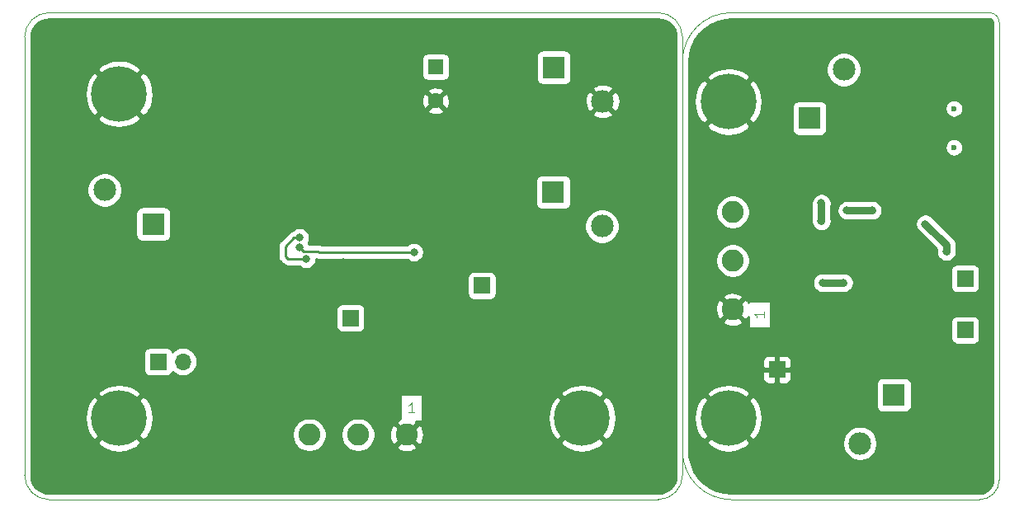
<source format=gbl>
G04 #@! TF.GenerationSoftware,KiCad,Pcbnew,(5.1.4)-1*
G04 #@! TF.CreationDate,2020-01-01T20:20:34-05:00*
G04 #@! TF.ProjectId,Board,426f6172-642e-46b6-9963-61645f706362,rev?*
G04 #@! TF.SameCoordinates,Original*
G04 #@! TF.FileFunction,Copper,L2,Bot*
G04 #@! TF.FilePolarity,Positive*
%FSLAX46Y46*%
G04 Gerber Fmt 4.6, Leading zero omitted, Abs format (unit mm)*
G04 Created by KiCad (PCBNEW (5.1.4)-1) date 2020-01-01 20:20:34*
%MOMM*%
%LPD*%
G04 APERTURE LIST*
%ADD10C,0.050000*%
%ADD11C,5.700000*%
%ADD12O,1.700000X1.700000*%
%ADD13R,1.700000X1.700000*%
%ADD14C,0.600000*%
%ADD15C,2.250000*%
%ADD16C,2.325000*%
%ADD17R,2.325000X2.325000*%
%ADD18C,1.600000*%
%ADD19R,1.600000X1.600000*%
%ADD20C,0.800000*%
%ADD21C,0.250000*%
%ADD22C,0.750000*%
%ADD23C,0.254000*%
G04 APERTURE END LIST*
D10*
X162800000Y-63360000D02*
X162800000Y-103360000D01*
X194300000Y-58360000D02*
X167800000Y-58360000D01*
X195300000Y-106360000D02*
X195300000Y-59360000D01*
X193300000Y-108360000D02*
X167800000Y-108360000D01*
X97800000Y-58360000D02*
X160300000Y-58360000D01*
X95300000Y-105860000D02*
X95300000Y-60860000D01*
X160300000Y-108360000D02*
X97800000Y-108360000D01*
X162800000Y-105860000D02*
X162800000Y-103360000D01*
X162800000Y-60860000D02*
X162800000Y-63360000D01*
X95300000Y-60860000D02*
G75*
G02X97800000Y-58360000I2500000J0D01*
G01*
X162800000Y-63360000D02*
G75*
G02X167800000Y-58360000I5000000J0D01*
G01*
X167800000Y-108360000D02*
G75*
G02X162800000Y-103360000I0J5000000D01*
G01*
X195300000Y-106360000D02*
G75*
G02X193300000Y-108360000I-2000000J0D01*
G01*
X194300000Y-58360000D02*
G75*
G02X195300000Y-59360000I0J-1000000D01*
G01*
X162800000Y-105860000D02*
G75*
G02X160300000Y-108360000I-2500000J0D01*
G01*
X97800000Y-108360000D02*
G75*
G02X95300000Y-105860000I0J2500000D01*
G01*
X160300000Y-58360000D02*
G75*
G02X162800000Y-60860000I0J-2500000D01*
G01*
X135285714Y-99412380D02*
X134714285Y-99412380D01*
X135000000Y-99412380D02*
X135000000Y-98412380D01*
X134904761Y-98555238D01*
X134809523Y-98650476D01*
X134714285Y-98698095D01*
X171152380Y-89044285D02*
X171152380Y-89615714D01*
X171152380Y-89330000D02*
X170152380Y-89330000D01*
X170295238Y-89425238D01*
X170390476Y-89520476D01*
X170438095Y-89615714D01*
D11*
X152500000Y-100000000D03*
X105000000Y-100000000D03*
X105000000Y-66700000D03*
X167500000Y-100000000D03*
X167500000Y-67500000D03*
D12*
X111540000Y-94200000D03*
D13*
X109000000Y-94200000D03*
D14*
X190660000Y-68200000D03*
X190660000Y-72200000D03*
D15*
X124500000Y-101710000D03*
X134500000Y-101710000D03*
X129500000Y-101710000D03*
D13*
X172500000Y-95000000D03*
X191800000Y-85660000D03*
D16*
X181000000Y-102600000D03*
D17*
X184500000Y-97600000D03*
D16*
X179350000Y-64200000D03*
D17*
X175850000Y-69200000D03*
D13*
X191820000Y-90940000D03*
D15*
X167950000Y-78830000D03*
X167950000Y-88830000D03*
X167950000Y-83830000D03*
D16*
X154604000Y-67476000D03*
D17*
X149604000Y-63976000D03*
D18*
X137470000Y-67418000D03*
D19*
X137470000Y-63918000D03*
D16*
X154540000Y-80288001D03*
D17*
X149540000Y-76788001D03*
D13*
X142223000Y-86391000D03*
X128750000Y-89710000D03*
D16*
X103500000Y-76560000D03*
D17*
X108500000Y-80060000D03*
D20*
X128160000Y-80050000D03*
X129600000Y-79330000D03*
X128780000Y-78720000D03*
X127540000Y-78720000D03*
X126750000Y-79390000D03*
X129050000Y-81070000D03*
X127270000Y-81090000D03*
X130920000Y-68660000D03*
X132181000Y-71811000D03*
X124289000Y-71749000D03*
X127985000Y-83945000D03*
X134500000Y-81210000D03*
X121500000Y-81000000D03*
X123500000Y-81460000D03*
X124180600Y-83640600D03*
X123500000Y-82460000D03*
X135250000Y-82960000D03*
X180380000Y-82380000D03*
X192580000Y-77670000D03*
X183210000Y-84570000D03*
X176735000Y-91495000D03*
X177000000Y-73700000D03*
X188360000Y-68560000D03*
X192000000Y-104000000D03*
X177050000Y-77920000D03*
X177050000Y-79750000D03*
X177170000Y-86080000D03*
X179340000Y-86080000D03*
X189870000Y-82870000D03*
X187710000Y-80050000D03*
X182260000Y-78660000D03*
X179670000Y-78660000D03*
D21*
X122934315Y-81460000D02*
X122050000Y-82344315D01*
X123500000Y-81460000D02*
X122934315Y-81460000D01*
X122050000Y-82344315D02*
X122050000Y-83360000D01*
X122330600Y-83640600D02*
X124180600Y-83640600D01*
X122050000Y-83360000D02*
X122330600Y-83640600D01*
X123500000Y-82460000D02*
X123899999Y-82859999D01*
X123899999Y-82859999D02*
X125399999Y-82859999D01*
X125399999Y-82859999D02*
X125500000Y-82960000D01*
X125500000Y-82960000D02*
X135250000Y-82960000D01*
X177050000Y-79610000D02*
X177050000Y-79750000D01*
X177050000Y-79750000D02*
X177050000Y-79750000D01*
D22*
X177050000Y-77920000D02*
X177050000Y-79750000D01*
D21*
X179340000Y-86080000D02*
X179340000Y-86080000D01*
D22*
X179340000Y-86080000D02*
X177170000Y-86080000D01*
D21*
X187710000Y-80050000D02*
X187710000Y-80050000D01*
X179670000Y-78660000D02*
X179670000Y-78660000D01*
D22*
X189870000Y-82210000D02*
X187710000Y-80050000D01*
X189870000Y-82870000D02*
X189870000Y-82210000D01*
X182260000Y-78660000D02*
X179670000Y-78660000D01*
D23*
G36*
X160656775Y-59058147D02*
G01*
X160999967Y-59161763D01*
X161316489Y-59330062D01*
X161594299Y-59556637D01*
X161822806Y-59832856D01*
X161993310Y-60148197D01*
X162099319Y-60490656D01*
X162140000Y-60877713D01*
X162140001Y-63327572D01*
X162140000Y-63327582D01*
X162140001Y-103327581D01*
X162140000Y-105827721D01*
X162101853Y-106216776D01*
X161998238Y-106559964D01*
X161829939Y-106876489D01*
X161603365Y-107154296D01*
X161327146Y-107382805D01*
X161011803Y-107553310D01*
X160669344Y-107659319D01*
X160282288Y-107700000D01*
X97832279Y-107700000D01*
X97443224Y-107661853D01*
X97100036Y-107558238D01*
X96783511Y-107389939D01*
X96505704Y-107163365D01*
X96277195Y-106887146D01*
X96106690Y-106571803D01*
X96000681Y-106229344D01*
X95960000Y-105842288D01*
X95960000Y-102452033D01*
X102727572Y-102452033D01*
X103045757Y-102905850D01*
X103650210Y-103231269D01*
X104306535Y-103432512D01*
X104989510Y-103501845D01*
X105672888Y-103436605D01*
X106330407Y-103239298D01*
X106936799Y-102917506D01*
X106954243Y-102905850D01*
X107272428Y-102452033D01*
X105000000Y-100179605D01*
X102727572Y-102452033D01*
X95960000Y-102452033D01*
X95960000Y-99989510D01*
X101498155Y-99989510D01*
X101563395Y-100672888D01*
X101760702Y-101330407D01*
X102082494Y-101936799D01*
X102094150Y-101954243D01*
X102547967Y-102272428D01*
X104820395Y-100000000D01*
X105179605Y-100000000D01*
X107452033Y-102272428D01*
X107905850Y-101954243D01*
X108130666Y-101536655D01*
X122740000Y-101536655D01*
X122740000Y-101883345D01*
X122807636Y-102223373D01*
X122940308Y-102543673D01*
X123132919Y-102831935D01*
X123378065Y-103077081D01*
X123666327Y-103269692D01*
X123986627Y-103402364D01*
X124326655Y-103470000D01*
X124673345Y-103470000D01*
X125013373Y-103402364D01*
X125333673Y-103269692D01*
X125621935Y-103077081D01*
X125867081Y-102831935D01*
X126059692Y-102543673D01*
X126192364Y-102223373D01*
X126260000Y-101883345D01*
X126260000Y-101536655D01*
X127740000Y-101536655D01*
X127740000Y-101883345D01*
X127807636Y-102223373D01*
X127940308Y-102543673D01*
X128132919Y-102831935D01*
X128378065Y-103077081D01*
X128666327Y-103269692D01*
X128986627Y-103402364D01*
X129326655Y-103470000D01*
X129673345Y-103470000D01*
X130013373Y-103402364D01*
X130333673Y-103269692D01*
X130621935Y-103077081D01*
X130764485Y-102934531D01*
X133455074Y-102934531D01*
X133565921Y-103211714D01*
X133876840Y-103365089D01*
X134211705Y-103454860D01*
X134557650Y-103477576D01*
X134901380Y-103432366D01*
X135229685Y-103320966D01*
X135434079Y-103211714D01*
X135544926Y-102934531D01*
X134500000Y-101889605D01*
X133455074Y-102934531D01*
X130764485Y-102934531D01*
X130867081Y-102831935D01*
X131059692Y-102543673D01*
X131192364Y-102223373D01*
X131260000Y-101883345D01*
X131260000Y-101767650D01*
X132732424Y-101767650D01*
X132777634Y-102111380D01*
X132889034Y-102439685D01*
X132998286Y-102644079D01*
X133275469Y-102754926D01*
X134320395Y-101710000D01*
X134679605Y-101710000D01*
X135724531Y-102754926D01*
X136001714Y-102644079D01*
X136096449Y-102452033D01*
X150227572Y-102452033D01*
X150545757Y-102905850D01*
X151150210Y-103231269D01*
X151806535Y-103432512D01*
X152489510Y-103501845D01*
X153172888Y-103436605D01*
X153830407Y-103239298D01*
X154436799Y-102917506D01*
X154454243Y-102905850D01*
X154772428Y-102452033D01*
X152500000Y-100179605D01*
X150227572Y-102452033D01*
X136096449Y-102452033D01*
X136155089Y-102333160D01*
X136244860Y-101998295D01*
X136267576Y-101652350D01*
X136222366Y-101308620D01*
X136110966Y-100980315D01*
X136001714Y-100775921D01*
X135724531Y-100665074D01*
X134679605Y-101710000D01*
X134320395Y-101710000D01*
X133275469Y-100665074D01*
X132998286Y-100775921D01*
X132844911Y-101086840D01*
X132755140Y-101421705D01*
X132732424Y-101767650D01*
X131260000Y-101767650D01*
X131260000Y-101536655D01*
X131192364Y-101196627D01*
X131059692Y-100876327D01*
X130867081Y-100588065D01*
X130764485Y-100485469D01*
X133455074Y-100485469D01*
X134500000Y-101530395D01*
X135544926Y-100485469D01*
X135481753Y-100327500D01*
X136136190Y-100327500D01*
X136136190Y-99989510D01*
X148998155Y-99989510D01*
X149063395Y-100672888D01*
X149260702Y-101330407D01*
X149582494Y-101936799D01*
X149594150Y-101954243D01*
X150047967Y-102272428D01*
X152320395Y-100000000D01*
X152679605Y-100000000D01*
X154952033Y-102272428D01*
X155405850Y-101954243D01*
X155731269Y-101349790D01*
X155932512Y-100693465D01*
X156001845Y-100010490D01*
X155936605Y-99327112D01*
X155739298Y-98669593D01*
X155417506Y-98063201D01*
X155405850Y-98045757D01*
X154952033Y-97727572D01*
X152679605Y-100000000D01*
X152320395Y-100000000D01*
X150047967Y-97727572D01*
X149594150Y-98045757D01*
X149268731Y-98650210D01*
X149067488Y-99306535D01*
X148998155Y-99989510D01*
X136136190Y-99989510D01*
X136136190Y-97547967D01*
X150227572Y-97547967D01*
X152500000Y-99820395D01*
X154772428Y-97547967D01*
X154454243Y-97094150D01*
X153849790Y-96768731D01*
X153193465Y-96567488D01*
X152510490Y-96498155D01*
X151827112Y-96563395D01*
X151169593Y-96760702D01*
X150563201Y-97082494D01*
X150545757Y-97094150D01*
X150227572Y-97547967D01*
X136136190Y-97547967D01*
X136136190Y-97507500D01*
X133863809Y-97507500D01*
X133863809Y-100067310D01*
X133770315Y-100099034D01*
X133565921Y-100208286D01*
X133455074Y-100485469D01*
X130764485Y-100485469D01*
X130621935Y-100342919D01*
X130333673Y-100150308D01*
X130013373Y-100017636D01*
X129673345Y-99950000D01*
X129326655Y-99950000D01*
X128986627Y-100017636D01*
X128666327Y-100150308D01*
X128378065Y-100342919D01*
X128132919Y-100588065D01*
X127940308Y-100876327D01*
X127807636Y-101196627D01*
X127740000Y-101536655D01*
X126260000Y-101536655D01*
X126192364Y-101196627D01*
X126059692Y-100876327D01*
X125867081Y-100588065D01*
X125621935Y-100342919D01*
X125333673Y-100150308D01*
X125013373Y-100017636D01*
X124673345Y-99950000D01*
X124326655Y-99950000D01*
X123986627Y-100017636D01*
X123666327Y-100150308D01*
X123378065Y-100342919D01*
X123132919Y-100588065D01*
X122940308Y-100876327D01*
X122807636Y-101196627D01*
X122740000Y-101536655D01*
X108130666Y-101536655D01*
X108231269Y-101349790D01*
X108432512Y-100693465D01*
X108501845Y-100010490D01*
X108436605Y-99327112D01*
X108239298Y-98669593D01*
X107917506Y-98063201D01*
X107905850Y-98045757D01*
X107452033Y-97727572D01*
X105179605Y-100000000D01*
X104820395Y-100000000D01*
X102547967Y-97727572D01*
X102094150Y-98045757D01*
X101768731Y-98650210D01*
X101567488Y-99306535D01*
X101498155Y-99989510D01*
X95960000Y-99989510D01*
X95960000Y-97547967D01*
X102727572Y-97547967D01*
X105000000Y-99820395D01*
X107272428Y-97547967D01*
X106954243Y-97094150D01*
X106349790Y-96768731D01*
X105693465Y-96567488D01*
X105010490Y-96498155D01*
X104327112Y-96563395D01*
X103669593Y-96760702D01*
X103063201Y-97082494D01*
X103045757Y-97094150D01*
X102727572Y-97547967D01*
X95960000Y-97547967D01*
X95960000Y-93350000D01*
X107511928Y-93350000D01*
X107511928Y-95050000D01*
X107524188Y-95174482D01*
X107560498Y-95294180D01*
X107619463Y-95404494D01*
X107698815Y-95501185D01*
X107795506Y-95580537D01*
X107905820Y-95639502D01*
X108025518Y-95675812D01*
X108150000Y-95688072D01*
X109850000Y-95688072D01*
X109974482Y-95675812D01*
X110094180Y-95639502D01*
X110204494Y-95580537D01*
X110301185Y-95501185D01*
X110380537Y-95404494D01*
X110439502Y-95294180D01*
X110460393Y-95225313D01*
X110484866Y-95255134D01*
X110710986Y-95440706D01*
X110968966Y-95578599D01*
X111248889Y-95663513D01*
X111467050Y-95685000D01*
X111612950Y-95685000D01*
X111831111Y-95663513D01*
X112111034Y-95578599D01*
X112369014Y-95440706D01*
X112595134Y-95255134D01*
X112780706Y-95029014D01*
X112918599Y-94771034D01*
X113003513Y-94491111D01*
X113032185Y-94200000D01*
X113003513Y-93908889D01*
X112918599Y-93628966D01*
X112780706Y-93370986D01*
X112595134Y-93144866D01*
X112369014Y-92959294D01*
X112111034Y-92821401D01*
X111831111Y-92736487D01*
X111612950Y-92715000D01*
X111467050Y-92715000D01*
X111248889Y-92736487D01*
X110968966Y-92821401D01*
X110710986Y-92959294D01*
X110484866Y-93144866D01*
X110460393Y-93174687D01*
X110439502Y-93105820D01*
X110380537Y-92995506D01*
X110301185Y-92898815D01*
X110204494Y-92819463D01*
X110094180Y-92760498D01*
X109974482Y-92724188D01*
X109850000Y-92711928D01*
X108150000Y-92711928D01*
X108025518Y-92724188D01*
X107905820Y-92760498D01*
X107795506Y-92819463D01*
X107698815Y-92898815D01*
X107619463Y-92995506D01*
X107560498Y-93105820D01*
X107524188Y-93225518D01*
X107511928Y-93350000D01*
X95960000Y-93350000D01*
X95960000Y-88860000D01*
X127261928Y-88860000D01*
X127261928Y-90560000D01*
X127274188Y-90684482D01*
X127310498Y-90804180D01*
X127369463Y-90914494D01*
X127448815Y-91011185D01*
X127545506Y-91090537D01*
X127655820Y-91149502D01*
X127775518Y-91185812D01*
X127900000Y-91198072D01*
X129600000Y-91198072D01*
X129724482Y-91185812D01*
X129844180Y-91149502D01*
X129954494Y-91090537D01*
X130051185Y-91011185D01*
X130130537Y-90914494D01*
X130189502Y-90804180D01*
X130225812Y-90684482D01*
X130238072Y-90560000D01*
X130238072Y-88860000D01*
X130225812Y-88735518D01*
X130189502Y-88615820D01*
X130130537Y-88505506D01*
X130051185Y-88408815D01*
X129954494Y-88329463D01*
X129844180Y-88270498D01*
X129724482Y-88234188D01*
X129600000Y-88221928D01*
X127900000Y-88221928D01*
X127775518Y-88234188D01*
X127655820Y-88270498D01*
X127545506Y-88329463D01*
X127448815Y-88408815D01*
X127369463Y-88505506D01*
X127310498Y-88615820D01*
X127274188Y-88735518D01*
X127261928Y-88860000D01*
X95960000Y-88860000D01*
X95960000Y-85541000D01*
X140734928Y-85541000D01*
X140734928Y-87241000D01*
X140747188Y-87365482D01*
X140783498Y-87485180D01*
X140842463Y-87595494D01*
X140921815Y-87692185D01*
X141018506Y-87771537D01*
X141128820Y-87830502D01*
X141248518Y-87866812D01*
X141373000Y-87879072D01*
X143073000Y-87879072D01*
X143197482Y-87866812D01*
X143317180Y-87830502D01*
X143427494Y-87771537D01*
X143524185Y-87692185D01*
X143603537Y-87595494D01*
X143662502Y-87485180D01*
X143698812Y-87365482D01*
X143711072Y-87241000D01*
X143711072Y-85541000D01*
X143698812Y-85416518D01*
X143662502Y-85296820D01*
X143603537Y-85186506D01*
X143524185Y-85089815D01*
X143427494Y-85010463D01*
X143317180Y-84951498D01*
X143197482Y-84915188D01*
X143073000Y-84902928D01*
X141373000Y-84902928D01*
X141248518Y-84915188D01*
X141128820Y-84951498D01*
X141018506Y-85010463D01*
X140921815Y-85089815D01*
X140842463Y-85186506D01*
X140783498Y-85296820D01*
X140747188Y-85416518D01*
X140734928Y-85541000D01*
X95960000Y-85541000D01*
X95960000Y-82344315D01*
X121286324Y-82344315D01*
X121290000Y-82381638D01*
X121290001Y-83322668D01*
X121286324Y-83360000D01*
X121290001Y-83397333D01*
X121300998Y-83508986D01*
X121310000Y-83538661D01*
X121344454Y-83652246D01*
X121415026Y-83784276D01*
X121486201Y-83871002D01*
X121510000Y-83900001D01*
X121538998Y-83923799D01*
X121766796Y-84151597D01*
X121790599Y-84180601D01*
X121906324Y-84275574D01*
X122038353Y-84346146D01*
X122181614Y-84389603D01*
X122293267Y-84400600D01*
X122293276Y-84400600D01*
X122330599Y-84404276D01*
X122367922Y-84400600D01*
X123476889Y-84400600D01*
X123520826Y-84444537D01*
X123690344Y-84557805D01*
X123878702Y-84635826D01*
X124078661Y-84675600D01*
X124282539Y-84675600D01*
X124482498Y-84635826D01*
X124670856Y-84557805D01*
X124840374Y-84444537D01*
X124984537Y-84300374D01*
X125097805Y-84130856D01*
X125175826Y-83942498D01*
X125215600Y-83742539D01*
X125215600Y-83667926D01*
X125351014Y-83709003D01*
X125462667Y-83720000D01*
X125462675Y-83720000D01*
X125500000Y-83723676D01*
X125537325Y-83720000D01*
X134546289Y-83720000D01*
X134590226Y-83763937D01*
X134759744Y-83877205D01*
X134948102Y-83955226D01*
X135148061Y-83995000D01*
X135351939Y-83995000D01*
X135551898Y-83955226D01*
X135740256Y-83877205D01*
X135909774Y-83763937D01*
X136053937Y-83619774D01*
X136167205Y-83450256D01*
X136245226Y-83261898D01*
X136285000Y-83061939D01*
X136285000Y-82858061D01*
X136245226Y-82658102D01*
X136167205Y-82469744D01*
X136053937Y-82300226D01*
X135909774Y-82156063D01*
X135740256Y-82042795D01*
X135551898Y-81964774D01*
X135351939Y-81925000D01*
X135148061Y-81925000D01*
X134948102Y-81964774D01*
X134759744Y-82042795D01*
X134590226Y-82156063D01*
X134546289Y-82200000D01*
X125777457Y-82200000D01*
X125692246Y-82154453D01*
X125548985Y-82110996D01*
X125437332Y-82099999D01*
X125437321Y-82099999D01*
X125399999Y-82096323D01*
X125362677Y-82099999D01*
X124471159Y-82099999D01*
X124417205Y-81969744D01*
X124410694Y-81960000D01*
X124417205Y-81950256D01*
X124495226Y-81761898D01*
X124535000Y-81561939D01*
X124535000Y-81358061D01*
X124495226Y-81158102D01*
X124417205Y-80969744D01*
X124303937Y-80800226D01*
X124159774Y-80656063D01*
X123990256Y-80542795D01*
X123801898Y-80464774D01*
X123601939Y-80425000D01*
X123398061Y-80425000D01*
X123198102Y-80464774D01*
X123009744Y-80542795D01*
X122840226Y-80656063D01*
X122785276Y-80711013D01*
X122642068Y-80754454D01*
X122510039Y-80825026D01*
X122394314Y-80919999D01*
X122370516Y-80948997D01*
X121539002Y-81780512D01*
X121509999Y-81804314D01*
X121473891Y-81848312D01*
X121415026Y-81920039D01*
X121388458Y-81969744D01*
X121344454Y-82052069D01*
X121300997Y-82195330D01*
X121290000Y-82306983D01*
X121290000Y-82306993D01*
X121286324Y-82344315D01*
X95960000Y-82344315D01*
X95960000Y-78897500D01*
X106699428Y-78897500D01*
X106699428Y-81222500D01*
X106711688Y-81346982D01*
X106747998Y-81466680D01*
X106806963Y-81576994D01*
X106886315Y-81673685D01*
X106983006Y-81753037D01*
X107093320Y-81812002D01*
X107213018Y-81848312D01*
X107337500Y-81860572D01*
X109662500Y-81860572D01*
X109786982Y-81848312D01*
X109906680Y-81812002D01*
X110016994Y-81753037D01*
X110113685Y-81673685D01*
X110193037Y-81576994D01*
X110252002Y-81466680D01*
X110288312Y-81346982D01*
X110300572Y-81222500D01*
X110300572Y-80110963D01*
X152742500Y-80110963D01*
X152742500Y-80465039D01*
X152811577Y-80812312D01*
X152947076Y-81139436D01*
X153143791Y-81433840D01*
X153394161Y-81684210D01*
X153688565Y-81880925D01*
X154015689Y-82016424D01*
X154362962Y-82085501D01*
X154717038Y-82085501D01*
X155064311Y-82016424D01*
X155391435Y-81880925D01*
X155685839Y-81684210D01*
X155936209Y-81433840D01*
X156132924Y-81139436D01*
X156268423Y-80812312D01*
X156337500Y-80465039D01*
X156337500Y-80110963D01*
X156268423Y-79763690D01*
X156132924Y-79436566D01*
X155936209Y-79142162D01*
X155685839Y-78891792D01*
X155391435Y-78695077D01*
X155064311Y-78559578D01*
X154717038Y-78490501D01*
X154362962Y-78490501D01*
X154015689Y-78559578D01*
X153688565Y-78695077D01*
X153394161Y-78891792D01*
X153143791Y-79142162D01*
X152947076Y-79436566D01*
X152811577Y-79763690D01*
X152742500Y-80110963D01*
X110300572Y-80110963D01*
X110300572Y-78897500D01*
X110288312Y-78773018D01*
X110252002Y-78653320D01*
X110193037Y-78543006D01*
X110113685Y-78446315D01*
X110016994Y-78366963D01*
X109906680Y-78307998D01*
X109786982Y-78271688D01*
X109662500Y-78259428D01*
X107337500Y-78259428D01*
X107213018Y-78271688D01*
X107093320Y-78307998D01*
X106983006Y-78366963D01*
X106886315Y-78446315D01*
X106806963Y-78543006D01*
X106747998Y-78653320D01*
X106711688Y-78773018D01*
X106699428Y-78897500D01*
X95960000Y-78897500D01*
X95960000Y-76382962D01*
X101702500Y-76382962D01*
X101702500Y-76737038D01*
X101771577Y-77084311D01*
X101907076Y-77411435D01*
X102103791Y-77705839D01*
X102354161Y-77956209D01*
X102648565Y-78152924D01*
X102975689Y-78288423D01*
X103322962Y-78357500D01*
X103677038Y-78357500D01*
X104024311Y-78288423D01*
X104351435Y-78152924D01*
X104645839Y-77956209D01*
X104896209Y-77705839D01*
X105092924Y-77411435D01*
X105228423Y-77084311D01*
X105297500Y-76737038D01*
X105297500Y-76382962D01*
X105228423Y-76035689D01*
X105092924Y-75708565D01*
X105037423Y-75625501D01*
X147739428Y-75625501D01*
X147739428Y-77950501D01*
X147751688Y-78074983D01*
X147787998Y-78194681D01*
X147846963Y-78304995D01*
X147926315Y-78401686D01*
X148023006Y-78481038D01*
X148133320Y-78540003D01*
X148253018Y-78576313D01*
X148377500Y-78588573D01*
X150702500Y-78588573D01*
X150826982Y-78576313D01*
X150946680Y-78540003D01*
X151056994Y-78481038D01*
X151153685Y-78401686D01*
X151233037Y-78304995D01*
X151292002Y-78194681D01*
X151328312Y-78074983D01*
X151340572Y-77950501D01*
X151340572Y-75625501D01*
X151328312Y-75501019D01*
X151292002Y-75381321D01*
X151233037Y-75271007D01*
X151153685Y-75174316D01*
X151056994Y-75094964D01*
X150946680Y-75035999D01*
X150826982Y-74999689D01*
X150702500Y-74987429D01*
X148377500Y-74987429D01*
X148253018Y-74999689D01*
X148133320Y-75035999D01*
X148023006Y-75094964D01*
X147926315Y-75174316D01*
X147846963Y-75271007D01*
X147787998Y-75381321D01*
X147751688Y-75501019D01*
X147739428Y-75625501D01*
X105037423Y-75625501D01*
X104896209Y-75414161D01*
X104645839Y-75163791D01*
X104351435Y-74967076D01*
X104024311Y-74831577D01*
X103677038Y-74762500D01*
X103322962Y-74762500D01*
X102975689Y-74831577D01*
X102648565Y-74967076D01*
X102354161Y-75163791D01*
X102103791Y-75414161D01*
X101907076Y-75708565D01*
X101771577Y-76035689D01*
X101702500Y-76382962D01*
X95960000Y-76382962D01*
X95960000Y-69152033D01*
X102727572Y-69152033D01*
X103045757Y-69605850D01*
X103650210Y-69931269D01*
X104306535Y-70132512D01*
X104989510Y-70201845D01*
X105672888Y-70136605D01*
X106330407Y-69939298D01*
X106936799Y-69617506D01*
X106954243Y-69605850D01*
X107272428Y-69152033D01*
X105000000Y-66879605D01*
X102727572Y-69152033D01*
X95960000Y-69152033D01*
X95960000Y-66689510D01*
X101498155Y-66689510D01*
X101563395Y-67372888D01*
X101760702Y-68030407D01*
X102082494Y-68636799D01*
X102094150Y-68654243D01*
X102547967Y-68972428D01*
X104820395Y-66700000D01*
X105179605Y-66700000D01*
X107452033Y-68972428D01*
X107905850Y-68654243D01*
X108036965Y-68410702D01*
X136656903Y-68410702D01*
X136728486Y-68654671D01*
X136983996Y-68775571D01*
X137258184Y-68844300D01*
X137540512Y-68858217D01*
X137820130Y-68816787D01*
X138070481Y-68727257D01*
X153532348Y-68727257D01*
X153647717Y-69008277D01*
X153965024Y-69165396D01*
X154306886Y-69257593D01*
X154660166Y-69281325D01*
X155011289Y-69235678D01*
X155346758Y-69122408D01*
X155560283Y-69008277D01*
X155675652Y-68727257D01*
X154604000Y-67655605D01*
X153532348Y-68727257D01*
X138070481Y-68727257D01*
X138086292Y-68721603D01*
X138211514Y-68654671D01*
X138283097Y-68410702D01*
X137470000Y-67597605D01*
X136656903Y-68410702D01*
X108036965Y-68410702D01*
X108231269Y-68049790D01*
X108403368Y-67488512D01*
X136029783Y-67488512D01*
X136071213Y-67768130D01*
X136166397Y-68034292D01*
X136233329Y-68159514D01*
X136477298Y-68231097D01*
X137290395Y-67418000D01*
X137649605Y-67418000D01*
X138462702Y-68231097D01*
X138706671Y-68159514D01*
X138827571Y-67904004D01*
X138896300Y-67629816D01*
X138901113Y-67532166D01*
X152798675Y-67532166D01*
X152844322Y-67883289D01*
X152957592Y-68218758D01*
X153071723Y-68432283D01*
X153352743Y-68547652D01*
X154424395Y-67476000D01*
X154783605Y-67476000D01*
X155855257Y-68547652D01*
X156136277Y-68432283D01*
X156293396Y-68114976D01*
X156385593Y-67773114D01*
X156409325Y-67419834D01*
X156363678Y-67068711D01*
X156250408Y-66733242D01*
X156136277Y-66519717D01*
X155855257Y-66404348D01*
X154783605Y-67476000D01*
X154424395Y-67476000D01*
X153352743Y-66404348D01*
X153071723Y-66519717D01*
X152914604Y-66837024D01*
X152822407Y-67178886D01*
X152798675Y-67532166D01*
X138901113Y-67532166D01*
X138910217Y-67347488D01*
X138868787Y-67067870D01*
X138773603Y-66801708D01*
X138706671Y-66676486D01*
X138462702Y-66604903D01*
X137649605Y-67418000D01*
X137290395Y-67418000D01*
X136477298Y-66604903D01*
X136233329Y-66676486D01*
X136112429Y-66931996D01*
X136043700Y-67206184D01*
X136029783Y-67488512D01*
X108403368Y-67488512D01*
X108432512Y-67393465D01*
X108501845Y-66710490D01*
X108474619Y-66425298D01*
X136656903Y-66425298D01*
X137470000Y-67238395D01*
X138283097Y-66425298D01*
X138224253Y-66224743D01*
X153532348Y-66224743D01*
X154604000Y-67296395D01*
X155675652Y-66224743D01*
X155560283Y-65943723D01*
X155242976Y-65786604D01*
X154901114Y-65694407D01*
X154547834Y-65670675D01*
X154196711Y-65716322D01*
X153861242Y-65829592D01*
X153647717Y-65943723D01*
X153532348Y-66224743D01*
X138224253Y-66224743D01*
X138211514Y-66181329D01*
X137956004Y-66060429D01*
X137681816Y-65991700D01*
X137399488Y-65977783D01*
X137119870Y-66019213D01*
X136853708Y-66114397D01*
X136728486Y-66181329D01*
X136656903Y-66425298D01*
X108474619Y-66425298D01*
X108436605Y-66027112D01*
X108239298Y-65369593D01*
X107917506Y-64763201D01*
X107905850Y-64745757D01*
X107452033Y-64427572D01*
X105179605Y-66700000D01*
X104820395Y-66700000D01*
X102547967Y-64427572D01*
X102094150Y-64745757D01*
X101768731Y-65350210D01*
X101567488Y-66006535D01*
X101498155Y-66689510D01*
X95960000Y-66689510D01*
X95960000Y-64247967D01*
X102727572Y-64247967D01*
X105000000Y-66520395D01*
X107272428Y-64247967D01*
X106954243Y-63794150D01*
X106349790Y-63468731D01*
X105693465Y-63267488D01*
X105010490Y-63198155D01*
X104327112Y-63263395D01*
X103669593Y-63460702D01*
X103063201Y-63782494D01*
X103045757Y-63794150D01*
X102727572Y-64247967D01*
X95960000Y-64247967D01*
X95960000Y-63118000D01*
X136031928Y-63118000D01*
X136031928Y-64718000D01*
X136044188Y-64842482D01*
X136080498Y-64962180D01*
X136139463Y-65072494D01*
X136218815Y-65169185D01*
X136315506Y-65248537D01*
X136425820Y-65307502D01*
X136545518Y-65343812D01*
X136670000Y-65356072D01*
X138270000Y-65356072D01*
X138394482Y-65343812D01*
X138514180Y-65307502D01*
X138624494Y-65248537D01*
X138721185Y-65169185D01*
X138800537Y-65072494D01*
X138859502Y-64962180D01*
X138895812Y-64842482D01*
X138908072Y-64718000D01*
X138908072Y-63118000D01*
X138895812Y-62993518D01*
X138859502Y-62873820D01*
X138827260Y-62813500D01*
X147803428Y-62813500D01*
X147803428Y-65138500D01*
X147815688Y-65262982D01*
X147851998Y-65382680D01*
X147910963Y-65492994D01*
X147990315Y-65589685D01*
X148087006Y-65669037D01*
X148197320Y-65728002D01*
X148317018Y-65764312D01*
X148441500Y-65776572D01*
X150766500Y-65776572D01*
X150890982Y-65764312D01*
X151010680Y-65728002D01*
X151120994Y-65669037D01*
X151217685Y-65589685D01*
X151297037Y-65492994D01*
X151356002Y-65382680D01*
X151392312Y-65262982D01*
X151404572Y-65138500D01*
X151404572Y-62813500D01*
X151392312Y-62689018D01*
X151356002Y-62569320D01*
X151297037Y-62459006D01*
X151217685Y-62362315D01*
X151120994Y-62282963D01*
X151010680Y-62223998D01*
X150890982Y-62187688D01*
X150766500Y-62175428D01*
X148441500Y-62175428D01*
X148317018Y-62187688D01*
X148197320Y-62223998D01*
X148087006Y-62282963D01*
X147990315Y-62362315D01*
X147910963Y-62459006D01*
X147851998Y-62569320D01*
X147815688Y-62689018D01*
X147803428Y-62813500D01*
X138827260Y-62813500D01*
X138800537Y-62763506D01*
X138721185Y-62666815D01*
X138624494Y-62587463D01*
X138514180Y-62528498D01*
X138394482Y-62492188D01*
X138270000Y-62479928D01*
X136670000Y-62479928D01*
X136545518Y-62492188D01*
X136425820Y-62528498D01*
X136315506Y-62587463D01*
X136218815Y-62666815D01*
X136139463Y-62763506D01*
X136080498Y-62873820D01*
X136044188Y-62993518D01*
X136031928Y-63118000D01*
X95960000Y-63118000D01*
X95960000Y-60892279D01*
X95998147Y-60503225D01*
X96101763Y-60160033D01*
X96270062Y-59843511D01*
X96496637Y-59565701D01*
X96772856Y-59337194D01*
X97088197Y-59166690D01*
X97430656Y-59060681D01*
X97817712Y-59020000D01*
X160267721Y-59020000D01*
X160656775Y-59058147D01*
X160656775Y-59058147D01*
G37*
X160656775Y-59058147D02*
X160999967Y-59161763D01*
X161316489Y-59330062D01*
X161594299Y-59556637D01*
X161822806Y-59832856D01*
X161993310Y-60148197D01*
X162099319Y-60490656D01*
X162140000Y-60877713D01*
X162140001Y-63327572D01*
X162140000Y-63327582D01*
X162140001Y-103327581D01*
X162140000Y-105827721D01*
X162101853Y-106216776D01*
X161998238Y-106559964D01*
X161829939Y-106876489D01*
X161603365Y-107154296D01*
X161327146Y-107382805D01*
X161011803Y-107553310D01*
X160669344Y-107659319D01*
X160282288Y-107700000D01*
X97832279Y-107700000D01*
X97443224Y-107661853D01*
X97100036Y-107558238D01*
X96783511Y-107389939D01*
X96505704Y-107163365D01*
X96277195Y-106887146D01*
X96106690Y-106571803D01*
X96000681Y-106229344D01*
X95960000Y-105842288D01*
X95960000Y-102452033D01*
X102727572Y-102452033D01*
X103045757Y-102905850D01*
X103650210Y-103231269D01*
X104306535Y-103432512D01*
X104989510Y-103501845D01*
X105672888Y-103436605D01*
X106330407Y-103239298D01*
X106936799Y-102917506D01*
X106954243Y-102905850D01*
X107272428Y-102452033D01*
X105000000Y-100179605D01*
X102727572Y-102452033D01*
X95960000Y-102452033D01*
X95960000Y-99989510D01*
X101498155Y-99989510D01*
X101563395Y-100672888D01*
X101760702Y-101330407D01*
X102082494Y-101936799D01*
X102094150Y-101954243D01*
X102547967Y-102272428D01*
X104820395Y-100000000D01*
X105179605Y-100000000D01*
X107452033Y-102272428D01*
X107905850Y-101954243D01*
X108130666Y-101536655D01*
X122740000Y-101536655D01*
X122740000Y-101883345D01*
X122807636Y-102223373D01*
X122940308Y-102543673D01*
X123132919Y-102831935D01*
X123378065Y-103077081D01*
X123666327Y-103269692D01*
X123986627Y-103402364D01*
X124326655Y-103470000D01*
X124673345Y-103470000D01*
X125013373Y-103402364D01*
X125333673Y-103269692D01*
X125621935Y-103077081D01*
X125867081Y-102831935D01*
X126059692Y-102543673D01*
X126192364Y-102223373D01*
X126260000Y-101883345D01*
X126260000Y-101536655D01*
X127740000Y-101536655D01*
X127740000Y-101883345D01*
X127807636Y-102223373D01*
X127940308Y-102543673D01*
X128132919Y-102831935D01*
X128378065Y-103077081D01*
X128666327Y-103269692D01*
X128986627Y-103402364D01*
X129326655Y-103470000D01*
X129673345Y-103470000D01*
X130013373Y-103402364D01*
X130333673Y-103269692D01*
X130621935Y-103077081D01*
X130764485Y-102934531D01*
X133455074Y-102934531D01*
X133565921Y-103211714D01*
X133876840Y-103365089D01*
X134211705Y-103454860D01*
X134557650Y-103477576D01*
X134901380Y-103432366D01*
X135229685Y-103320966D01*
X135434079Y-103211714D01*
X135544926Y-102934531D01*
X134500000Y-101889605D01*
X133455074Y-102934531D01*
X130764485Y-102934531D01*
X130867081Y-102831935D01*
X131059692Y-102543673D01*
X131192364Y-102223373D01*
X131260000Y-101883345D01*
X131260000Y-101767650D01*
X132732424Y-101767650D01*
X132777634Y-102111380D01*
X132889034Y-102439685D01*
X132998286Y-102644079D01*
X133275469Y-102754926D01*
X134320395Y-101710000D01*
X134679605Y-101710000D01*
X135724531Y-102754926D01*
X136001714Y-102644079D01*
X136096449Y-102452033D01*
X150227572Y-102452033D01*
X150545757Y-102905850D01*
X151150210Y-103231269D01*
X151806535Y-103432512D01*
X152489510Y-103501845D01*
X153172888Y-103436605D01*
X153830407Y-103239298D01*
X154436799Y-102917506D01*
X154454243Y-102905850D01*
X154772428Y-102452033D01*
X152500000Y-100179605D01*
X150227572Y-102452033D01*
X136096449Y-102452033D01*
X136155089Y-102333160D01*
X136244860Y-101998295D01*
X136267576Y-101652350D01*
X136222366Y-101308620D01*
X136110966Y-100980315D01*
X136001714Y-100775921D01*
X135724531Y-100665074D01*
X134679605Y-101710000D01*
X134320395Y-101710000D01*
X133275469Y-100665074D01*
X132998286Y-100775921D01*
X132844911Y-101086840D01*
X132755140Y-101421705D01*
X132732424Y-101767650D01*
X131260000Y-101767650D01*
X131260000Y-101536655D01*
X131192364Y-101196627D01*
X131059692Y-100876327D01*
X130867081Y-100588065D01*
X130764485Y-100485469D01*
X133455074Y-100485469D01*
X134500000Y-101530395D01*
X135544926Y-100485469D01*
X135481753Y-100327500D01*
X136136190Y-100327500D01*
X136136190Y-99989510D01*
X148998155Y-99989510D01*
X149063395Y-100672888D01*
X149260702Y-101330407D01*
X149582494Y-101936799D01*
X149594150Y-101954243D01*
X150047967Y-102272428D01*
X152320395Y-100000000D01*
X152679605Y-100000000D01*
X154952033Y-102272428D01*
X155405850Y-101954243D01*
X155731269Y-101349790D01*
X155932512Y-100693465D01*
X156001845Y-100010490D01*
X155936605Y-99327112D01*
X155739298Y-98669593D01*
X155417506Y-98063201D01*
X155405850Y-98045757D01*
X154952033Y-97727572D01*
X152679605Y-100000000D01*
X152320395Y-100000000D01*
X150047967Y-97727572D01*
X149594150Y-98045757D01*
X149268731Y-98650210D01*
X149067488Y-99306535D01*
X148998155Y-99989510D01*
X136136190Y-99989510D01*
X136136190Y-97547967D01*
X150227572Y-97547967D01*
X152500000Y-99820395D01*
X154772428Y-97547967D01*
X154454243Y-97094150D01*
X153849790Y-96768731D01*
X153193465Y-96567488D01*
X152510490Y-96498155D01*
X151827112Y-96563395D01*
X151169593Y-96760702D01*
X150563201Y-97082494D01*
X150545757Y-97094150D01*
X150227572Y-97547967D01*
X136136190Y-97547967D01*
X136136190Y-97507500D01*
X133863809Y-97507500D01*
X133863809Y-100067310D01*
X133770315Y-100099034D01*
X133565921Y-100208286D01*
X133455074Y-100485469D01*
X130764485Y-100485469D01*
X130621935Y-100342919D01*
X130333673Y-100150308D01*
X130013373Y-100017636D01*
X129673345Y-99950000D01*
X129326655Y-99950000D01*
X128986627Y-100017636D01*
X128666327Y-100150308D01*
X128378065Y-100342919D01*
X128132919Y-100588065D01*
X127940308Y-100876327D01*
X127807636Y-101196627D01*
X127740000Y-101536655D01*
X126260000Y-101536655D01*
X126192364Y-101196627D01*
X126059692Y-100876327D01*
X125867081Y-100588065D01*
X125621935Y-100342919D01*
X125333673Y-100150308D01*
X125013373Y-100017636D01*
X124673345Y-99950000D01*
X124326655Y-99950000D01*
X123986627Y-100017636D01*
X123666327Y-100150308D01*
X123378065Y-100342919D01*
X123132919Y-100588065D01*
X122940308Y-100876327D01*
X122807636Y-101196627D01*
X122740000Y-101536655D01*
X108130666Y-101536655D01*
X108231269Y-101349790D01*
X108432512Y-100693465D01*
X108501845Y-100010490D01*
X108436605Y-99327112D01*
X108239298Y-98669593D01*
X107917506Y-98063201D01*
X107905850Y-98045757D01*
X107452033Y-97727572D01*
X105179605Y-100000000D01*
X104820395Y-100000000D01*
X102547967Y-97727572D01*
X102094150Y-98045757D01*
X101768731Y-98650210D01*
X101567488Y-99306535D01*
X101498155Y-99989510D01*
X95960000Y-99989510D01*
X95960000Y-97547967D01*
X102727572Y-97547967D01*
X105000000Y-99820395D01*
X107272428Y-97547967D01*
X106954243Y-97094150D01*
X106349790Y-96768731D01*
X105693465Y-96567488D01*
X105010490Y-96498155D01*
X104327112Y-96563395D01*
X103669593Y-96760702D01*
X103063201Y-97082494D01*
X103045757Y-97094150D01*
X102727572Y-97547967D01*
X95960000Y-97547967D01*
X95960000Y-93350000D01*
X107511928Y-93350000D01*
X107511928Y-95050000D01*
X107524188Y-95174482D01*
X107560498Y-95294180D01*
X107619463Y-95404494D01*
X107698815Y-95501185D01*
X107795506Y-95580537D01*
X107905820Y-95639502D01*
X108025518Y-95675812D01*
X108150000Y-95688072D01*
X109850000Y-95688072D01*
X109974482Y-95675812D01*
X110094180Y-95639502D01*
X110204494Y-95580537D01*
X110301185Y-95501185D01*
X110380537Y-95404494D01*
X110439502Y-95294180D01*
X110460393Y-95225313D01*
X110484866Y-95255134D01*
X110710986Y-95440706D01*
X110968966Y-95578599D01*
X111248889Y-95663513D01*
X111467050Y-95685000D01*
X111612950Y-95685000D01*
X111831111Y-95663513D01*
X112111034Y-95578599D01*
X112369014Y-95440706D01*
X112595134Y-95255134D01*
X112780706Y-95029014D01*
X112918599Y-94771034D01*
X113003513Y-94491111D01*
X113032185Y-94200000D01*
X113003513Y-93908889D01*
X112918599Y-93628966D01*
X112780706Y-93370986D01*
X112595134Y-93144866D01*
X112369014Y-92959294D01*
X112111034Y-92821401D01*
X111831111Y-92736487D01*
X111612950Y-92715000D01*
X111467050Y-92715000D01*
X111248889Y-92736487D01*
X110968966Y-92821401D01*
X110710986Y-92959294D01*
X110484866Y-93144866D01*
X110460393Y-93174687D01*
X110439502Y-93105820D01*
X110380537Y-92995506D01*
X110301185Y-92898815D01*
X110204494Y-92819463D01*
X110094180Y-92760498D01*
X109974482Y-92724188D01*
X109850000Y-92711928D01*
X108150000Y-92711928D01*
X108025518Y-92724188D01*
X107905820Y-92760498D01*
X107795506Y-92819463D01*
X107698815Y-92898815D01*
X107619463Y-92995506D01*
X107560498Y-93105820D01*
X107524188Y-93225518D01*
X107511928Y-93350000D01*
X95960000Y-93350000D01*
X95960000Y-88860000D01*
X127261928Y-88860000D01*
X127261928Y-90560000D01*
X127274188Y-90684482D01*
X127310498Y-90804180D01*
X127369463Y-90914494D01*
X127448815Y-91011185D01*
X127545506Y-91090537D01*
X127655820Y-91149502D01*
X127775518Y-91185812D01*
X127900000Y-91198072D01*
X129600000Y-91198072D01*
X129724482Y-91185812D01*
X129844180Y-91149502D01*
X129954494Y-91090537D01*
X130051185Y-91011185D01*
X130130537Y-90914494D01*
X130189502Y-90804180D01*
X130225812Y-90684482D01*
X130238072Y-90560000D01*
X130238072Y-88860000D01*
X130225812Y-88735518D01*
X130189502Y-88615820D01*
X130130537Y-88505506D01*
X130051185Y-88408815D01*
X129954494Y-88329463D01*
X129844180Y-88270498D01*
X129724482Y-88234188D01*
X129600000Y-88221928D01*
X127900000Y-88221928D01*
X127775518Y-88234188D01*
X127655820Y-88270498D01*
X127545506Y-88329463D01*
X127448815Y-88408815D01*
X127369463Y-88505506D01*
X127310498Y-88615820D01*
X127274188Y-88735518D01*
X127261928Y-88860000D01*
X95960000Y-88860000D01*
X95960000Y-85541000D01*
X140734928Y-85541000D01*
X140734928Y-87241000D01*
X140747188Y-87365482D01*
X140783498Y-87485180D01*
X140842463Y-87595494D01*
X140921815Y-87692185D01*
X141018506Y-87771537D01*
X141128820Y-87830502D01*
X141248518Y-87866812D01*
X141373000Y-87879072D01*
X143073000Y-87879072D01*
X143197482Y-87866812D01*
X143317180Y-87830502D01*
X143427494Y-87771537D01*
X143524185Y-87692185D01*
X143603537Y-87595494D01*
X143662502Y-87485180D01*
X143698812Y-87365482D01*
X143711072Y-87241000D01*
X143711072Y-85541000D01*
X143698812Y-85416518D01*
X143662502Y-85296820D01*
X143603537Y-85186506D01*
X143524185Y-85089815D01*
X143427494Y-85010463D01*
X143317180Y-84951498D01*
X143197482Y-84915188D01*
X143073000Y-84902928D01*
X141373000Y-84902928D01*
X141248518Y-84915188D01*
X141128820Y-84951498D01*
X141018506Y-85010463D01*
X140921815Y-85089815D01*
X140842463Y-85186506D01*
X140783498Y-85296820D01*
X140747188Y-85416518D01*
X140734928Y-85541000D01*
X95960000Y-85541000D01*
X95960000Y-82344315D01*
X121286324Y-82344315D01*
X121290000Y-82381638D01*
X121290001Y-83322668D01*
X121286324Y-83360000D01*
X121290001Y-83397333D01*
X121300998Y-83508986D01*
X121310000Y-83538661D01*
X121344454Y-83652246D01*
X121415026Y-83784276D01*
X121486201Y-83871002D01*
X121510000Y-83900001D01*
X121538998Y-83923799D01*
X121766796Y-84151597D01*
X121790599Y-84180601D01*
X121906324Y-84275574D01*
X122038353Y-84346146D01*
X122181614Y-84389603D01*
X122293267Y-84400600D01*
X122293276Y-84400600D01*
X122330599Y-84404276D01*
X122367922Y-84400600D01*
X123476889Y-84400600D01*
X123520826Y-84444537D01*
X123690344Y-84557805D01*
X123878702Y-84635826D01*
X124078661Y-84675600D01*
X124282539Y-84675600D01*
X124482498Y-84635826D01*
X124670856Y-84557805D01*
X124840374Y-84444537D01*
X124984537Y-84300374D01*
X125097805Y-84130856D01*
X125175826Y-83942498D01*
X125215600Y-83742539D01*
X125215600Y-83667926D01*
X125351014Y-83709003D01*
X125462667Y-83720000D01*
X125462675Y-83720000D01*
X125500000Y-83723676D01*
X125537325Y-83720000D01*
X134546289Y-83720000D01*
X134590226Y-83763937D01*
X134759744Y-83877205D01*
X134948102Y-83955226D01*
X135148061Y-83995000D01*
X135351939Y-83995000D01*
X135551898Y-83955226D01*
X135740256Y-83877205D01*
X135909774Y-83763937D01*
X136053937Y-83619774D01*
X136167205Y-83450256D01*
X136245226Y-83261898D01*
X136285000Y-83061939D01*
X136285000Y-82858061D01*
X136245226Y-82658102D01*
X136167205Y-82469744D01*
X136053937Y-82300226D01*
X135909774Y-82156063D01*
X135740256Y-82042795D01*
X135551898Y-81964774D01*
X135351939Y-81925000D01*
X135148061Y-81925000D01*
X134948102Y-81964774D01*
X134759744Y-82042795D01*
X134590226Y-82156063D01*
X134546289Y-82200000D01*
X125777457Y-82200000D01*
X125692246Y-82154453D01*
X125548985Y-82110996D01*
X125437332Y-82099999D01*
X125437321Y-82099999D01*
X125399999Y-82096323D01*
X125362677Y-82099999D01*
X124471159Y-82099999D01*
X124417205Y-81969744D01*
X124410694Y-81960000D01*
X124417205Y-81950256D01*
X124495226Y-81761898D01*
X124535000Y-81561939D01*
X124535000Y-81358061D01*
X124495226Y-81158102D01*
X124417205Y-80969744D01*
X124303937Y-80800226D01*
X124159774Y-80656063D01*
X123990256Y-80542795D01*
X123801898Y-80464774D01*
X123601939Y-80425000D01*
X123398061Y-80425000D01*
X123198102Y-80464774D01*
X123009744Y-80542795D01*
X122840226Y-80656063D01*
X122785276Y-80711013D01*
X122642068Y-80754454D01*
X122510039Y-80825026D01*
X122394314Y-80919999D01*
X122370516Y-80948997D01*
X121539002Y-81780512D01*
X121509999Y-81804314D01*
X121473891Y-81848312D01*
X121415026Y-81920039D01*
X121388458Y-81969744D01*
X121344454Y-82052069D01*
X121300997Y-82195330D01*
X121290000Y-82306983D01*
X121290000Y-82306993D01*
X121286324Y-82344315D01*
X95960000Y-82344315D01*
X95960000Y-78897500D01*
X106699428Y-78897500D01*
X106699428Y-81222500D01*
X106711688Y-81346982D01*
X106747998Y-81466680D01*
X106806963Y-81576994D01*
X106886315Y-81673685D01*
X106983006Y-81753037D01*
X107093320Y-81812002D01*
X107213018Y-81848312D01*
X107337500Y-81860572D01*
X109662500Y-81860572D01*
X109786982Y-81848312D01*
X109906680Y-81812002D01*
X110016994Y-81753037D01*
X110113685Y-81673685D01*
X110193037Y-81576994D01*
X110252002Y-81466680D01*
X110288312Y-81346982D01*
X110300572Y-81222500D01*
X110300572Y-80110963D01*
X152742500Y-80110963D01*
X152742500Y-80465039D01*
X152811577Y-80812312D01*
X152947076Y-81139436D01*
X153143791Y-81433840D01*
X153394161Y-81684210D01*
X153688565Y-81880925D01*
X154015689Y-82016424D01*
X154362962Y-82085501D01*
X154717038Y-82085501D01*
X155064311Y-82016424D01*
X155391435Y-81880925D01*
X155685839Y-81684210D01*
X155936209Y-81433840D01*
X156132924Y-81139436D01*
X156268423Y-80812312D01*
X156337500Y-80465039D01*
X156337500Y-80110963D01*
X156268423Y-79763690D01*
X156132924Y-79436566D01*
X155936209Y-79142162D01*
X155685839Y-78891792D01*
X155391435Y-78695077D01*
X155064311Y-78559578D01*
X154717038Y-78490501D01*
X154362962Y-78490501D01*
X154015689Y-78559578D01*
X153688565Y-78695077D01*
X153394161Y-78891792D01*
X153143791Y-79142162D01*
X152947076Y-79436566D01*
X152811577Y-79763690D01*
X152742500Y-80110963D01*
X110300572Y-80110963D01*
X110300572Y-78897500D01*
X110288312Y-78773018D01*
X110252002Y-78653320D01*
X110193037Y-78543006D01*
X110113685Y-78446315D01*
X110016994Y-78366963D01*
X109906680Y-78307998D01*
X109786982Y-78271688D01*
X109662500Y-78259428D01*
X107337500Y-78259428D01*
X107213018Y-78271688D01*
X107093320Y-78307998D01*
X106983006Y-78366963D01*
X106886315Y-78446315D01*
X106806963Y-78543006D01*
X106747998Y-78653320D01*
X106711688Y-78773018D01*
X106699428Y-78897500D01*
X95960000Y-78897500D01*
X95960000Y-76382962D01*
X101702500Y-76382962D01*
X101702500Y-76737038D01*
X101771577Y-77084311D01*
X101907076Y-77411435D01*
X102103791Y-77705839D01*
X102354161Y-77956209D01*
X102648565Y-78152924D01*
X102975689Y-78288423D01*
X103322962Y-78357500D01*
X103677038Y-78357500D01*
X104024311Y-78288423D01*
X104351435Y-78152924D01*
X104645839Y-77956209D01*
X104896209Y-77705839D01*
X105092924Y-77411435D01*
X105228423Y-77084311D01*
X105297500Y-76737038D01*
X105297500Y-76382962D01*
X105228423Y-76035689D01*
X105092924Y-75708565D01*
X105037423Y-75625501D01*
X147739428Y-75625501D01*
X147739428Y-77950501D01*
X147751688Y-78074983D01*
X147787998Y-78194681D01*
X147846963Y-78304995D01*
X147926315Y-78401686D01*
X148023006Y-78481038D01*
X148133320Y-78540003D01*
X148253018Y-78576313D01*
X148377500Y-78588573D01*
X150702500Y-78588573D01*
X150826982Y-78576313D01*
X150946680Y-78540003D01*
X151056994Y-78481038D01*
X151153685Y-78401686D01*
X151233037Y-78304995D01*
X151292002Y-78194681D01*
X151328312Y-78074983D01*
X151340572Y-77950501D01*
X151340572Y-75625501D01*
X151328312Y-75501019D01*
X151292002Y-75381321D01*
X151233037Y-75271007D01*
X151153685Y-75174316D01*
X151056994Y-75094964D01*
X150946680Y-75035999D01*
X150826982Y-74999689D01*
X150702500Y-74987429D01*
X148377500Y-74987429D01*
X148253018Y-74999689D01*
X148133320Y-75035999D01*
X148023006Y-75094964D01*
X147926315Y-75174316D01*
X147846963Y-75271007D01*
X147787998Y-75381321D01*
X147751688Y-75501019D01*
X147739428Y-75625501D01*
X105037423Y-75625501D01*
X104896209Y-75414161D01*
X104645839Y-75163791D01*
X104351435Y-74967076D01*
X104024311Y-74831577D01*
X103677038Y-74762500D01*
X103322962Y-74762500D01*
X102975689Y-74831577D01*
X102648565Y-74967076D01*
X102354161Y-75163791D01*
X102103791Y-75414161D01*
X101907076Y-75708565D01*
X101771577Y-76035689D01*
X101702500Y-76382962D01*
X95960000Y-76382962D01*
X95960000Y-69152033D01*
X102727572Y-69152033D01*
X103045757Y-69605850D01*
X103650210Y-69931269D01*
X104306535Y-70132512D01*
X104989510Y-70201845D01*
X105672888Y-70136605D01*
X106330407Y-69939298D01*
X106936799Y-69617506D01*
X106954243Y-69605850D01*
X107272428Y-69152033D01*
X105000000Y-66879605D01*
X102727572Y-69152033D01*
X95960000Y-69152033D01*
X95960000Y-66689510D01*
X101498155Y-66689510D01*
X101563395Y-67372888D01*
X101760702Y-68030407D01*
X102082494Y-68636799D01*
X102094150Y-68654243D01*
X102547967Y-68972428D01*
X104820395Y-66700000D01*
X105179605Y-66700000D01*
X107452033Y-68972428D01*
X107905850Y-68654243D01*
X108036965Y-68410702D01*
X136656903Y-68410702D01*
X136728486Y-68654671D01*
X136983996Y-68775571D01*
X137258184Y-68844300D01*
X137540512Y-68858217D01*
X137820130Y-68816787D01*
X138070481Y-68727257D01*
X153532348Y-68727257D01*
X153647717Y-69008277D01*
X153965024Y-69165396D01*
X154306886Y-69257593D01*
X154660166Y-69281325D01*
X155011289Y-69235678D01*
X155346758Y-69122408D01*
X155560283Y-69008277D01*
X155675652Y-68727257D01*
X154604000Y-67655605D01*
X153532348Y-68727257D01*
X138070481Y-68727257D01*
X138086292Y-68721603D01*
X138211514Y-68654671D01*
X138283097Y-68410702D01*
X137470000Y-67597605D01*
X136656903Y-68410702D01*
X108036965Y-68410702D01*
X108231269Y-68049790D01*
X108403368Y-67488512D01*
X136029783Y-67488512D01*
X136071213Y-67768130D01*
X136166397Y-68034292D01*
X136233329Y-68159514D01*
X136477298Y-68231097D01*
X137290395Y-67418000D01*
X137649605Y-67418000D01*
X138462702Y-68231097D01*
X138706671Y-68159514D01*
X138827571Y-67904004D01*
X138896300Y-67629816D01*
X138901113Y-67532166D01*
X152798675Y-67532166D01*
X152844322Y-67883289D01*
X152957592Y-68218758D01*
X153071723Y-68432283D01*
X153352743Y-68547652D01*
X154424395Y-67476000D01*
X154783605Y-67476000D01*
X155855257Y-68547652D01*
X156136277Y-68432283D01*
X156293396Y-68114976D01*
X156385593Y-67773114D01*
X156409325Y-67419834D01*
X156363678Y-67068711D01*
X156250408Y-66733242D01*
X156136277Y-66519717D01*
X155855257Y-66404348D01*
X154783605Y-67476000D01*
X154424395Y-67476000D01*
X153352743Y-66404348D01*
X153071723Y-66519717D01*
X152914604Y-66837024D01*
X152822407Y-67178886D01*
X152798675Y-67532166D01*
X138901113Y-67532166D01*
X138910217Y-67347488D01*
X138868787Y-67067870D01*
X138773603Y-66801708D01*
X138706671Y-66676486D01*
X138462702Y-66604903D01*
X137649605Y-67418000D01*
X137290395Y-67418000D01*
X136477298Y-66604903D01*
X136233329Y-66676486D01*
X136112429Y-66931996D01*
X136043700Y-67206184D01*
X136029783Y-67488512D01*
X108403368Y-67488512D01*
X108432512Y-67393465D01*
X108501845Y-66710490D01*
X108474619Y-66425298D01*
X136656903Y-66425298D01*
X137470000Y-67238395D01*
X138283097Y-66425298D01*
X138224253Y-66224743D01*
X153532348Y-66224743D01*
X154604000Y-67296395D01*
X155675652Y-66224743D01*
X155560283Y-65943723D01*
X155242976Y-65786604D01*
X154901114Y-65694407D01*
X154547834Y-65670675D01*
X154196711Y-65716322D01*
X153861242Y-65829592D01*
X153647717Y-65943723D01*
X153532348Y-66224743D01*
X138224253Y-66224743D01*
X138211514Y-66181329D01*
X137956004Y-66060429D01*
X137681816Y-65991700D01*
X137399488Y-65977783D01*
X137119870Y-66019213D01*
X136853708Y-66114397D01*
X136728486Y-66181329D01*
X136656903Y-66425298D01*
X108474619Y-66425298D01*
X108436605Y-66027112D01*
X108239298Y-65369593D01*
X107917506Y-64763201D01*
X107905850Y-64745757D01*
X107452033Y-64427572D01*
X105179605Y-66700000D01*
X104820395Y-66700000D01*
X102547967Y-64427572D01*
X102094150Y-64745757D01*
X101768731Y-65350210D01*
X101567488Y-66006535D01*
X101498155Y-66689510D01*
X95960000Y-66689510D01*
X95960000Y-64247967D01*
X102727572Y-64247967D01*
X105000000Y-66520395D01*
X107272428Y-64247967D01*
X106954243Y-63794150D01*
X106349790Y-63468731D01*
X105693465Y-63267488D01*
X105010490Y-63198155D01*
X104327112Y-63263395D01*
X103669593Y-63460702D01*
X103063201Y-63782494D01*
X103045757Y-63794150D01*
X102727572Y-64247967D01*
X95960000Y-64247967D01*
X95960000Y-63118000D01*
X136031928Y-63118000D01*
X136031928Y-64718000D01*
X136044188Y-64842482D01*
X136080498Y-64962180D01*
X136139463Y-65072494D01*
X136218815Y-65169185D01*
X136315506Y-65248537D01*
X136425820Y-65307502D01*
X136545518Y-65343812D01*
X136670000Y-65356072D01*
X138270000Y-65356072D01*
X138394482Y-65343812D01*
X138514180Y-65307502D01*
X138624494Y-65248537D01*
X138721185Y-65169185D01*
X138800537Y-65072494D01*
X138859502Y-64962180D01*
X138895812Y-64842482D01*
X138908072Y-64718000D01*
X138908072Y-63118000D01*
X138895812Y-62993518D01*
X138859502Y-62873820D01*
X138827260Y-62813500D01*
X147803428Y-62813500D01*
X147803428Y-65138500D01*
X147815688Y-65262982D01*
X147851998Y-65382680D01*
X147910963Y-65492994D01*
X147990315Y-65589685D01*
X148087006Y-65669037D01*
X148197320Y-65728002D01*
X148317018Y-65764312D01*
X148441500Y-65776572D01*
X150766500Y-65776572D01*
X150890982Y-65764312D01*
X151010680Y-65728002D01*
X151120994Y-65669037D01*
X151217685Y-65589685D01*
X151297037Y-65492994D01*
X151356002Y-65382680D01*
X151392312Y-65262982D01*
X151404572Y-65138500D01*
X151404572Y-62813500D01*
X151392312Y-62689018D01*
X151356002Y-62569320D01*
X151297037Y-62459006D01*
X151217685Y-62362315D01*
X151120994Y-62282963D01*
X151010680Y-62223998D01*
X150890982Y-62187688D01*
X150766500Y-62175428D01*
X148441500Y-62175428D01*
X148317018Y-62187688D01*
X148197320Y-62223998D01*
X148087006Y-62282963D01*
X147990315Y-62362315D01*
X147910963Y-62459006D01*
X147851998Y-62569320D01*
X147815688Y-62689018D01*
X147803428Y-62813500D01*
X138827260Y-62813500D01*
X138800537Y-62763506D01*
X138721185Y-62666815D01*
X138624494Y-62587463D01*
X138514180Y-62528498D01*
X138394482Y-62492188D01*
X138270000Y-62479928D01*
X136670000Y-62479928D01*
X136545518Y-62492188D01*
X136425820Y-62528498D01*
X136315506Y-62587463D01*
X136218815Y-62666815D01*
X136139463Y-62763506D01*
X136080498Y-62873820D01*
X136044188Y-62993518D01*
X136031928Y-63118000D01*
X95960000Y-63118000D01*
X95960000Y-60892279D01*
X95998147Y-60503225D01*
X96101763Y-60160033D01*
X96270062Y-59843511D01*
X96496637Y-59565701D01*
X96772856Y-59337194D01*
X97088197Y-59166690D01*
X97430656Y-59060681D01*
X97817712Y-59020000D01*
X160267721Y-59020000D01*
X160656775Y-59058147D01*
G36*
X194365424Y-59029580D02*
G01*
X194428356Y-59048580D01*
X194486405Y-59079445D01*
X194537343Y-59120989D01*
X194579248Y-59171644D01*
X194610515Y-59229471D01*
X194629956Y-59292272D01*
X194640001Y-59387845D01*
X194640000Y-106327721D01*
X194611375Y-106619660D01*
X194535965Y-106869429D01*
X194413477Y-107099794D01*
X194248579Y-107301979D01*
X194047546Y-107468288D01*
X193818046Y-107592378D01*
X193568805Y-107669531D01*
X193278911Y-107700000D01*
X167829392Y-107700000D01*
X167031917Y-107628827D01*
X166288110Y-107425344D01*
X165592096Y-107093363D01*
X164965870Y-106643374D01*
X164429223Y-106089597D01*
X163999129Y-105449549D01*
X163689171Y-104743447D01*
X163507935Y-103988543D01*
X163460000Y-103335793D01*
X163460000Y-102452033D01*
X165227572Y-102452033D01*
X165545757Y-102905850D01*
X166150210Y-103231269D01*
X166806535Y-103432512D01*
X167489510Y-103501845D01*
X168172888Y-103436605D01*
X168830407Y-103239298D01*
X169436799Y-102917506D01*
X169454243Y-102905850D01*
X169772428Y-102452033D01*
X169743357Y-102422962D01*
X179202500Y-102422962D01*
X179202500Y-102777038D01*
X179271577Y-103124311D01*
X179407076Y-103451435D01*
X179603791Y-103745839D01*
X179854161Y-103996209D01*
X180148565Y-104192924D01*
X180475689Y-104328423D01*
X180822962Y-104397500D01*
X181177038Y-104397500D01*
X181524311Y-104328423D01*
X181851435Y-104192924D01*
X182145839Y-103996209D01*
X182396209Y-103745839D01*
X182592924Y-103451435D01*
X182728423Y-103124311D01*
X182797500Y-102777038D01*
X182797500Y-102422962D01*
X182728423Y-102075689D01*
X182592924Y-101748565D01*
X182396209Y-101454161D01*
X182145839Y-101203791D01*
X181851435Y-101007076D01*
X181524311Y-100871577D01*
X181177038Y-100802500D01*
X180822962Y-100802500D01*
X180475689Y-100871577D01*
X180148565Y-101007076D01*
X179854161Y-101203791D01*
X179603791Y-101454161D01*
X179407076Y-101748565D01*
X179271577Y-102075689D01*
X179202500Y-102422962D01*
X169743357Y-102422962D01*
X167500000Y-100179605D01*
X165227572Y-102452033D01*
X163460000Y-102452033D01*
X163460000Y-99989510D01*
X163998155Y-99989510D01*
X164063395Y-100672888D01*
X164260702Y-101330407D01*
X164582494Y-101936799D01*
X164594150Y-101954243D01*
X165047967Y-102272428D01*
X167320395Y-100000000D01*
X167679605Y-100000000D01*
X169952033Y-102272428D01*
X170405850Y-101954243D01*
X170731269Y-101349790D01*
X170932512Y-100693465D01*
X171001845Y-100010490D01*
X170936605Y-99327112D01*
X170739298Y-98669593D01*
X170417506Y-98063201D01*
X170405850Y-98045757D01*
X169952033Y-97727572D01*
X167679605Y-100000000D01*
X167320395Y-100000000D01*
X165047967Y-97727572D01*
X164594150Y-98045757D01*
X164268731Y-98650210D01*
X164067488Y-99306535D01*
X163998155Y-99989510D01*
X163460000Y-99989510D01*
X163460000Y-97547967D01*
X165227572Y-97547967D01*
X167500000Y-99820395D01*
X169772428Y-97547967D01*
X169454243Y-97094150D01*
X168849790Y-96768731D01*
X168193465Y-96567488D01*
X167510490Y-96498155D01*
X166827112Y-96563395D01*
X166169593Y-96760702D01*
X165563201Y-97082494D01*
X165545757Y-97094150D01*
X165227572Y-97547967D01*
X163460000Y-97547967D01*
X163460000Y-95850000D01*
X171011928Y-95850000D01*
X171024188Y-95974482D01*
X171060498Y-96094180D01*
X171119463Y-96204494D01*
X171198815Y-96301185D01*
X171295506Y-96380537D01*
X171405820Y-96439502D01*
X171525518Y-96475812D01*
X171650000Y-96488072D01*
X172214250Y-96485000D01*
X172373000Y-96326250D01*
X172373000Y-95127000D01*
X172627000Y-95127000D01*
X172627000Y-96326250D01*
X172785750Y-96485000D01*
X173350000Y-96488072D01*
X173474482Y-96475812D01*
X173594180Y-96439502D01*
X173597925Y-96437500D01*
X182699428Y-96437500D01*
X182699428Y-98762500D01*
X182711688Y-98886982D01*
X182747998Y-99006680D01*
X182806963Y-99116994D01*
X182886315Y-99213685D01*
X182983006Y-99293037D01*
X183093320Y-99352002D01*
X183213018Y-99388312D01*
X183337500Y-99400572D01*
X185662500Y-99400572D01*
X185786982Y-99388312D01*
X185906680Y-99352002D01*
X186016994Y-99293037D01*
X186113685Y-99213685D01*
X186193037Y-99116994D01*
X186252002Y-99006680D01*
X186288312Y-98886982D01*
X186300572Y-98762500D01*
X186300572Y-96437500D01*
X186288312Y-96313018D01*
X186252002Y-96193320D01*
X186193037Y-96083006D01*
X186113685Y-95986315D01*
X186016994Y-95906963D01*
X185906680Y-95847998D01*
X185786982Y-95811688D01*
X185662500Y-95799428D01*
X183337500Y-95799428D01*
X183213018Y-95811688D01*
X183093320Y-95847998D01*
X182983006Y-95906963D01*
X182886315Y-95986315D01*
X182806963Y-96083006D01*
X182747998Y-96193320D01*
X182711688Y-96313018D01*
X182699428Y-96437500D01*
X173597925Y-96437500D01*
X173704494Y-96380537D01*
X173801185Y-96301185D01*
X173880537Y-96204494D01*
X173939502Y-96094180D01*
X173975812Y-95974482D01*
X173988072Y-95850000D01*
X173985000Y-95285750D01*
X173826250Y-95127000D01*
X172627000Y-95127000D01*
X172373000Y-95127000D01*
X171173750Y-95127000D01*
X171015000Y-95285750D01*
X171011928Y-95850000D01*
X163460000Y-95850000D01*
X163460000Y-94150000D01*
X171011928Y-94150000D01*
X171015000Y-94714250D01*
X171173750Y-94873000D01*
X172373000Y-94873000D01*
X172373000Y-93673750D01*
X172627000Y-93673750D01*
X172627000Y-94873000D01*
X173826250Y-94873000D01*
X173985000Y-94714250D01*
X173988072Y-94150000D01*
X173975812Y-94025518D01*
X173939502Y-93905820D01*
X173880537Y-93795506D01*
X173801185Y-93698815D01*
X173704494Y-93619463D01*
X173594180Y-93560498D01*
X173474482Y-93524188D01*
X173350000Y-93511928D01*
X172785750Y-93515000D01*
X172627000Y-93673750D01*
X172373000Y-93673750D01*
X172214250Y-93515000D01*
X171650000Y-93511928D01*
X171525518Y-93524188D01*
X171405820Y-93560498D01*
X171295506Y-93619463D01*
X171198815Y-93698815D01*
X171119463Y-93795506D01*
X171060498Y-93905820D01*
X171024188Y-94025518D01*
X171011928Y-94150000D01*
X163460000Y-94150000D01*
X163460000Y-90054531D01*
X166905074Y-90054531D01*
X167015921Y-90331714D01*
X167326840Y-90485089D01*
X167661705Y-90574860D01*
X168007650Y-90597576D01*
X168351380Y-90552366D01*
X168679685Y-90440966D01*
X168884079Y-90331714D01*
X168994926Y-90054531D01*
X167950000Y-89009605D01*
X166905074Y-90054531D01*
X163460000Y-90054531D01*
X163460000Y-88887650D01*
X166182424Y-88887650D01*
X166227634Y-89231380D01*
X166339034Y-89559685D01*
X166448286Y-89764079D01*
X166725469Y-89874926D01*
X167770395Y-88830000D01*
X168129605Y-88830000D01*
X169174531Y-89874926D01*
X169451714Y-89764079D01*
X169563810Y-89536840D01*
X169563810Y-90782500D01*
X171836191Y-90782500D01*
X171836191Y-90090000D01*
X190331928Y-90090000D01*
X190331928Y-91790000D01*
X190344188Y-91914482D01*
X190380498Y-92034180D01*
X190439463Y-92144494D01*
X190518815Y-92241185D01*
X190615506Y-92320537D01*
X190725820Y-92379502D01*
X190845518Y-92415812D01*
X190970000Y-92428072D01*
X192670000Y-92428072D01*
X192794482Y-92415812D01*
X192914180Y-92379502D01*
X193024494Y-92320537D01*
X193121185Y-92241185D01*
X193200537Y-92144494D01*
X193259502Y-92034180D01*
X193295812Y-91914482D01*
X193308072Y-91790000D01*
X193308072Y-90090000D01*
X193295812Y-89965518D01*
X193259502Y-89845820D01*
X193200537Y-89735506D01*
X193121185Y-89638815D01*
X193024494Y-89559463D01*
X192914180Y-89500498D01*
X192794482Y-89464188D01*
X192670000Y-89451928D01*
X190970000Y-89451928D01*
X190845518Y-89464188D01*
X190725820Y-89500498D01*
X190615506Y-89559463D01*
X190518815Y-89638815D01*
X190439463Y-89735506D01*
X190380498Y-89845820D01*
X190344188Y-89965518D01*
X190331928Y-90090000D01*
X171836191Y-90090000D01*
X171836191Y-87962500D01*
X169563810Y-87962500D01*
X169563810Y-88108697D01*
X169560966Y-88100315D01*
X169451714Y-87895921D01*
X169174531Y-87785074D01*
X168129605Y-88830000D01*
X167770395Y-88830000D01*
X166725469Y-87785074D01*
X166448286Y-87895921D01*
X166294911Y-88206840D01*
X166205140Y-88541705D01*
X166182424Y-88887650D01*
X163460000Y-88887650D01*
X163460000Y-87605469D01*
X166905074Y-87605469D01*
X167950000Y-88650395D01*
X168994926Y-87605469D01*
X168884079Y-87328286D01*
X168573160Y-87174911D01*
X168238295Y-87085140D01*
X167892350Y-87062424D01*
X167548620Y-87107634D01*
X167220315Y-87219034D01*
X167015921Y-87328286D01*
X166905074Y-87605469D01*
X163460000Y-87605469D01*
X163460000Y-85978061D01*
X176135000Y-85978061D01*
X176135000Y-86181939D01*
X176174774Y-86381898D01*
X176252795Y-86570256D01*
X176366063Y-86739774D01*
X176510226Y-86883937D01*
X176679744Y-86997205D01*
X176868102Y-87075226D01*
X177068061Y-87115000D01*
X177271939Y-87115000D01*
X177397623Y-87090000D01*
X179112377Y-87090000D01*
X179238061Y-87115000D01*
X179441939Y-87115000D01*
X179641898Y-87075226D01*
X179830256Y-86997205D01*
X179999774Y-86883937D01*
X180143937Y-86739774D01*
X180257205Y-86570256D01*
X180335226Y-86381898D01*
X180375000Y-86181939D01*
X180375000Y-85978061D01*
X180335226Y-85778102D01*
X180257205Y-85589744D01*
X180143937Y-85420226D01*
X179999774Y-85276063D01*
X179830256Y-85162795D01*
X179641898Y-85084774D01*
X179441939Y-85045000D01*
X179238061Y-85045000D01*
X179112377Y-85070000D01*
X177397623Y-85070000D01*
X177271939Y-85045000D01*
X177068061Y-85045000D01*
X176868102Y-85084774D01*
X176679744Y-85162795D01*
X176510226Y-85276063D01*
X176366063Y-85420226D01*
X176252795Y-85589744D01*
X176174774Y-85778102D01*
X176135000Y-85978061D01*
X163460000Y-85978061D01*
X163460000Y-83656655D01*
X166190000Y-83656655D01*
X166190000Y-84003345D01*
X166257636Y-84343373D01*
X166390308Y-84663673D01*
X166582919Y-84951935D01*
X166828065Y-85197081D01*
X167116327Y-85389692D01*
X167436627Y-85522364D01*
X167776655Y-85590000D01*
X168123345Y-85590000D01*
X168463373Y-85522364D01*
X168783673Y-85389692D01*
X169071935Y-85197081D01*
X169317081Y-84951935D01*
X169411919Y-84810000D01*
X190311928Y-84810000D01*
X190311928Y-86510000D01*
X190324188Y-86634482D01*
X190360498Y-86754180D01*
X190419463Y-86864494D01*
X190498815Y-86961185D01*
X190595506Y-87040537D01*
X190705820Y-87099502D01*
X190825518Y-87135812D01*
X190950000Y-87148072D01*
X192650000Y-87148072D01*
X192774482Y-87135812D01*
X192894180Y-87099502D01*
X193004494Y-87040537D01*
X193101185Y-86961185D01*
X193180537Y-86864494D01*
X193239502Y-86754180D01*
X193275812Y-86634482D01*
X193288072Y-86510000D01*
X193288072Y-84810000D01*
X193275812Y-84685518D01*
X193239502Y-84565820D01*
X193180537Y-84455506D01*
X193101185Y-84358815D01*
X193004494Y-84279463D01*
X192894180Y-84220498D01*
X192774482Y-84184188D01*
X192650000Y-84171928D01*
X190950000Y-84171928D01*
X190825518Y-84184188D01*
X190705820Y-84220498D01*
X190595506Y-84279463D01*
X190498815Y-84358815D01*
X190419463Y-84455506D01*
X190360498Y-84565820D01*
X190324188Y-84685518D01*
X190311928Y-84810000D01*
X169411919Y-84810000D01*
X169509692Y-84663673D01*
X169642364Y-84343373D01*
X169710000Y-84003345D01*
X169710000Y-83656655D01*
X169642364Y-83316627D01*
X169509692Y-82996327D01*
X169317081Y-82708065D01*
X169071935Y-82462919D01*
X168783673Y-82270308D01*
X168463373Y-82137636D01*
X168123345Y-82070000D01*
X167776655Y-82070000D01*
X167436627Y-82137636D01*
X167116327Y-82270308D01*
X166828065Y-82462919D01*
X166582919Y-82708065D01*
X166390308Y-82996327D01*
X166257636Y-83316627D01*
X166190000Y-83656655D01*
X163460000Y-83656655D01*
X163460000Y-78656655D01*
X166190000Y-78656655D01*
X166190000Y-79003345D01*
X166257636Y-79343373D01*
X166390308Y-79663673D01*
X166582919Y-79951935D01*
X166828065Y-80197081D01*
X167116327Y-80389692D01*
X167436627Y-80522364D01*
X167776655Y-80590000D01*
X168123345Y-80590000D01*
X168463373Y-80522364D01*
X168783673Y-80389692D01*
X169071935Y-80197081D01*
X169317081Y-79951935D01*
X169509692Y-79663673D01*
X169642364Y-79343373D01*
X169710000Y-79003345D01*
X169710000Y-78656655D01*
X169642364Y-78316627D01*
X169509692Y-77996327D01*
X169390579Y-77818061D01*
X176015000Y-77818061D01*
X176015000Y-78021939D01*
X176040000Y-78147624D01*
X176040001Y-79522372D01*
X176015000Y-79648061D01*
X176015000Y-79851939D01*
X176054774Y-80051898D01*
X176132795Y-80240256D01*
X176246063Y-80409774D01*
X176390226Y-80553937D01*
X176559744Y-80667205D01*
X176748102Y-80745226D01*
X176948061Y-80785000D01*
X177151939Y-80785000D01*
X177351898Y-80745226D01*
X177540256Y-80667205D01*
X177709774Y-80553937D01*
X177853937Y-80409774D01*
X177967205Y-80240256D01*
X178045226Y-80051898D01*
X178065880Y-79948061D01*
X186675000Y-79948061D01*
X186675000Y-80151939D01*
X186714774Y-80351898D01*
X186792795Y-80540256D01*
X186906063Y-80709774D01*
X187050226Y-80853937D01*
X187156777Y-80925132D01*
X188860000Y-82628355D01*
X188860000Y-82642377D01*
X188835000Y-82768061D01*
X188835000Y-82971939D01*
X188874774Y-83171898D01*
X188952795Y-83360256D01*
X189066063Y-83529774D01*
X189210226Y-83673937D01*
X189379744Y-83787205D01*
X189568102Y-83865226D01*
X189768061Y-83905000D01*
X189971939Y-83905000D01*
X190171898Y-83865226D01*
X190360256Y-83787205D01*
X190529774Y-83673937D01*
X190673937Y-83529774D01*
X190787205Y-83360256D01*
X190865226Y-83171898D01*
X190905000Y-82971939D01*
X190905000Y-82768061D01*
X190880000Y-82642377D01*
X190880000Y-82259604D01*
X190884886Y-82209999D01*
X190880000Y-82160392D01*
X190865385Y-82012007D01*
X190807632Y-81821620D01*
X190713847Y-81646160D01*
X190587633Y-81492367D01*
X190549094Y-81460739D01*
X188585132Y-79496777D01*
X188513937Y-79390226D01*
X188369774Y-79246063D01*
X188200256Y-79132795D01*
X188011898Y-79054774D01*
X187811939Y-79015000D01*
X187608061Y-79015000D01*
X187408102Y-79054774D01*
X187219744Y-79132795D01*
X187050226Y-79246063D01*
X186906063Y-79390226D01*
X186792795Y-79559744D01*
X186714774Y-79748102D01*
X186675000Y-79948061D01*
X178065880Y-79948061D01*
X178085000Y-79851939D01*
X178085000Y-79648061D01*
X178060000Y-79522377D01*
X178060000Y-78558061D01*
X178635000Y-78558061D01*
X178635000Y-78761939D01*
X178674774Y-78961898D01*
X178752795Y-79150256D01*
X178866063Y-79319774D01*
X179010226Y-79463937D01*
X179179744Y-79577205D01*
X179368102Y-79655226D01*
X179568061Y-79695000D01*
X179771939Y-79695000D01*
X179897623Y-79670000D01*
X182032377Y-79670000D01*
X182158061Y-79695000D01*
X182361939Y-79695000D01*
X182561898Y-79655226D01*
X182750256Y-79577205D01*
X182919774Y-79463937D01*
X183063937Y-79319774D01*
X183177205Y-79150256D01*
X183255226Y-78961898D01*
X183295000Y-78761939D01*
X183295000Y-78558061D01*
X183255226Y-78358102D01*
X183177205Y-78169744D01*
X183063937Y-78000226D01*
X182919774Y-77856063D01*
X182750256Y-77742795D01*
X182561898Y-77664774D01*
X182361939Y-77625000D01*
X182158061Y-77625000D01*
X182032377Y-77650000D01*
X179897623Y-77650000D01*
X179771939Y-77625000D01*
X179568061Y-77625000D01*
X179368102Y-77664774D01*
X179179744Y-77742795D01*
X179010226Y-77856063D01*
X178866063Y-78000226D01*
X178752795Y-78169744D01*
X178674774Y-78358102D01*
X178635000Y-78558061D01*
X178060000Y-78558061D01*
X178060000Y-78147623D01*
X178085000Y-78021939D01*
X178085000Y-77818061D01*
X178045226Y-77618102D01*
X177967205Y-77429744D01*
X177853937Y-77260226D01*
X177709774Y-77116063D01*
X177540256Y-77002795D01*
X177351898Y-76924774D01*
X177151939Y-76885000D01*
X176948061Y-76885000D01*
X176748102Y-76924774D01*
X176559744Y-77002795D01*
X176390226Y-77116063D01*
X176246063Y-77260226D01*
X176132795Y-77429744D01*
X176054774Y-77618102D01*
X176015000Y-77818061D01*
X169390579Y-77818061D01*
X169317081Y-77708065D01*
X169071935Y-77462919D01*
X168783673Y-77270308D01*
X168463373Y-77137636D01*
X168123345Y-77070000D01*
X167776655Y-77070000D01*
X167436627Y-77137636D01*
X167116327Y-77270308D01*
X166828065Y-77462919D01*
X166582919Y-77708065D01*
X166390308Y-77996327D01*
X166257636Y-78316627D01*
X166190000Y-78656655D01*
X163460000Y-78656655D01*
X163460000Y-72107911D01*
X189725000Y-72107911D01*
X189725000Y-72292089D01*
X189760932Y-72472729D01*
X189831414Y-72642889D01*
X189933738Y-72796028D01*
X190063972Y-72926262D01*
X190217111Y-73028586D01*
X190387271Y-73099068D01*
X190567911Y-73135000D01*
X190752089Y-73135000D01*
X190932729Y-73099068D01*
X191102889Y-73028586D01*
X191256028Y-72926262D01*
X191386262Y-72796028D01*
X191488586Y-72642889D01*
X191559068Y-72472729D01*
X191595000Y-72292089D01*
X191595000Y-72107911D01*
X191559068Y-71927271D01*
X191488586Y-71757111D01*
X191386262Y-71603972D01*
X191256028Y-71473738D01*
X191102889Y-71371414D01*
X190932729Y-71300932D01*
X190752089Y-71265000D01*
X190567911Y-71265000D01*
X190387271Y-71300932D01*
X190217111Y-71371414D01*
X190063972Y-71473738D01*
X189933738Y-71603972D01*
X189831414Y-71757111D01*
X189760932Y-71927271D01*
X189725000Y-72107911D01*
X163460000Y-72107911D01*
X163460000Y-69952033D01*
X165227572Y-69952033D01*
X165545757Y-70405850D01*
X166150210Y-70731269D01*
X166806535Y-70932512D01*
X167489510Y-71001845D01*
X168172888Y-70936605D01*
X168830407Y-70739298D01*
X169436799Y-70417506D01*
X169454243Y-70405850D01*
X169772428Y-69952033D01*
X167500000Y-67679605D01*
X165227572Y-69952033D01*
X163460000Y-69952033D01*
X163460000Y-67489510D01*
X163998155Y-67489510D01*
X164063395Y-68172888D01*
X164260702Y-68830407D01*
X164582494Y-69436799D01*
X164594150Y-69454243D01*
X165047967Y-69772428D01*
X167320395Y-67500000D01*
X167679605Y-67500000D01*
X169952033Y-69772428D01*
X170405850Y-69454243D01*
X170731269Y-68849790D01*
X170932512Y-68193465D01*
X170948344Y-68037500D01*
X174049428Y-68037500D01*
X174049428Y-70362500D01*
X174061688Y-70486982D01*
X174097998Y-70606680D01*
X174156963Y-70716994D01*
X174236315Y-70813685D01*
X174333006Y-70893037D01*
X174443320Y-70952002D01*
X174563018Y-70988312D01*
X174687500Y-71000572D01*
X177012500Y-71000572D01*
X177136982Y-70988312D01*
X177256680Y-70952002D01*
X177366994Y-70893037D01*
X177463685Y-70813685D01*
X177543037Y-70716994D01*
X177602002Y-70606680D01*
X177638312Y-70486982D01*
X177650572Y-70362500D01*
X177650572Y-68107911D01*
X189725000Y-68107911D01*
X189725000Y-68292089D01*
X189760932Y-68472729D01*
X189831414Y-68642889D01*
X189933738Y-68796028D01*
X190063972Y-68926262D01*
X190217111Y-69028586D01*
X190387271Y-69099068D01*
X190567911Y-69135000D01*
X190752089Y-69135000D01*
X190932729Y-69099068D01*
X191102889Y-69028586D01*
X191256028Y-68926262D01*
X191386262Y-68796028D01*
X191488586Y-68642889D01*
X191559068Y-68472729D01*
X191595000Y-68292089D01*
X191595000Y-68107911D01*
X191559068Y-67927271D01*
X191488586Y-67757111D01*
X191386262Y-67603972D01*
X191256028Y-67473738D01*
X191102889Y-67371414D01*
X190932729Y-67300932D01*
X190752089Y-67265000D01*
X190567911Y-67265000D01*
X190387271Y-67300932D01*
X190217111Y-67371414D01*
X190063972Y-67473738D01*
X189933738Y-67603972D01*
X189831414Y-67757111D01*
X189760932Y-67927271D01*
X189725000Y-68107911D01*
X177650572Y-68107911D01*
X177650572Y-68037500D01*
X177638312Y-67913018D01*
X177602002Y-67793320D01*
X177543037Y-67683006D01*
X177463685Y-67586315D01*
X177366994Y-67506963D01*
X177256680Y-67447998D01*
X177136982Y-67411688D01*
X177012500Y-67399428D01*
X174687500Y-67399428D01*
X174563018Y-67411688D01*
X174443320Y-67447998D01*
X174333006Y-67506963D01*
X174236315Y-67586315D01*
X174156963Y-67683006D01*
X174097998Y-67793320D01*
X174061688Y-67913018D01*
X174049428Y-68037500D01*
X170948344Y-68037500D01*
X171001845Y-67510490D01*
X170936605Y-66827112D01*
X170739298Y-66169593D01*
X170417506Y-65563201D01*
X170405850Y-65545757D01*
X169952033Y-65227572D01*
X167679605Y-67500000D01*
X167320395Y-67500000D01*
X165047967Y-65227572D01*
X164594150Y-65545757D01*
X164268731Y-66150210D01*
X164067488Y-66806535D01*
X163998155Y-67489510D01*
X163460000Y-67489510D01*
X163460000Y-65047967D01*
X165227572Y-65047967D01*
X167500000Y-67320395D01*
X169772428Y-65047967D01*
X169454243Y-64594150D01*
X168849790Y-64268731D01*
X168193465Y-64067488D01*
X167754856Y-64022962D01*
X177552500Y-64022962D01*
X177552500Y-64377038D01*
X177621577Y-64724311D01*
X177757076Y-65051435D01*
X177953791Y-65345839D01*
X178204161Y-65596209D01*
X178498565Y-65792924D01*
X178825689Y-65928423D01*
X179172962Y-65997500D01*
X179527038Y-65997500D01*
X179874311Y-65928423D01*
X180201435Y-65792924D01*
X180495839Y-65596209D01*
X180746209Y-65345839D01*
X180942924Y-65051435D01*
X181078423Y-64724311D01*
X181147500Y-64377038D01*
X181147500Y-64022962D01*
X181078423Y-63675689D01*
X180942924Y-63348565D01*
X180746209Y-63054161D01*
X180495839Y-62803791D01*
X180201435Y-62607076D01*
X179874311Y-62471577D01*
X179527038Y-62402500D01*
X179172962Y-62402500D01*
X178825689Y-62471577D01*
X178498565Y-62607076D01*
X178204161Y-62803791D01*
X177953791Y-63054161D01*
X177757076Y-63348565D01*
X177621577Y-63675689D01*
X177552500Y-64022962D01*
X167754856Y-64022962D01*
X167510490Y-63998155D01*
X166827112Y-64063395D01*
X166169593Y-64260702D01*
X165563201Y-64582494D01*
X165545757Y-64594150D01*
X165227572Y-65047967D01*
X163460000Y-65047967D01*
X163460000Y-63389392D01*
X163531173Y-62591917D01*
X163734656Y-61848109D01*
X164066638Y-61152095D01*
X164516626Y-60525870D01*
X165070403Y-59989223D01*
X165710451Y-59559129D01*
X166416553Y-59249171D01*
X167171457Y-59067935D01*
X167824207Y-59020000D01*
X194267721Y-59020000D01*
X194365424Y-59029580D01*
X194365424Y-59029580D01*
G37*
X194365424Y-59029580D02*
X194428356Y-59048580D01*
X194486405Y-59079445D01*
X194537343Y-59120989D01*
X194579248Y-59171644D01*
X194610515Y-59229471D01*
X194629956Y-59292272D01*
X194640001Y-59387845D01*
X194640000Y-106327721D01*
X194611375Y-106619660D01*
X194535965Y-106869429D01*
X194413477Y-107099794D01*
X194248579Y-107301979D01*
X194047546Y-107468288D01*
X193818046Y-107592378D01*
X193568805Y-107669531D01*
X193278911Y-107700000D01*
X167829392Y-107700000D01*
X167031917Y-107628827D01*
X166288110Y-107425344D01*
X165592096Y-107093363D01*
X164965870Y-106643374D01*
X164429223Y-106089597D01*
X163999129Y-105449549D01*
X163689171Y-104743447D01*
X163507935Y-103988543D01*
X163460000Y-103335793D01*
X163460000Y-102452033D01*
X165227572Y-102452033D01*
X165545757Y-102905850D01*
X166150210Y-103231269D01*
X166806535Y-103432512D01*
X167489510Y-103501845D01*
X168172888Y-103436605D01*
X168830407Y-103239298D01*
X169436799Y-102917506D01*
X169454243Y-102905850D01*
X169772428Y-102452033D01*
X169743357Y-102422962D01*
X179202500Y-102422962D01*
X179202500Y-102777038D01*
X179271577Y-103124311D01*
X179407076Y-103451435D01*
X179603791Y-103745839D01*
X179854161Y-103996209D01*
X180148565Y-104192924D01*
X180475689Y-104328423D01*
X180822962Y-104397500D01*
X181177038Y-104397500D01*
X181524311Y-104328423D01*
X181851435Y-104192924D01*
X182145839Y-103996209D01*
X182396209Y-103745839D01*
X182592924Y-103451435D01*
X182728423Y-103124311D01*
X182797500Y-102777038D01*
X182797500Y-102422962D01*
X182728423Y-102075689D01*
X182592924Y-101748565D01*
X182396209Y-101454161D01*
X182145839Y-101203791D01*
X181851435Y-101007076D01*
X181524311Y-100871577D01*
X181177038Y-100802500D01*
X180822962Y-100802500D01*
X180475689Y-100871577D01*
X180148565Y-101007076D01*
X179854161Y-101203791D01*
X179603791Y-101454161D01*
X179407076Y-101748565D01*
X179271577Y-102075689D01*
X179202500Y-102422962D01*
X169743357Y-102422962D01*
X167500000Y-100179605D01*
X165227572Y-102452033D01*
X163460000Y-102452033D01*
X163460000Y-99989510D01*
X163998155Y-99989510D01*
X164063395Y-100672888D01*
X164260702Y-101330407D01*
X164582494Y-101936799D01*
X164594150Y-101954243D01*
X165047967Y-102272428D01*
X167320395Y-100000000D01*
X167679605Y-100000000D01*
X169952033Y-102272428D01*
X170405850Y-101954243D01*
X170731269Y-101349790D01*
X170932512Y-100693465D01*
X171001845Y-100010490D01*
X170936605Y-99327112D01*
X170739298Y-98669593D01*
X170417506Y-98063201D01*
X170405850Y-98045757D01*
X169952033Y-97727572D01*
X167679605Y-100000000D01*
X167320395Y-100000000D01*
X165047967Y-97727572D01*
X164594150Y-98045757D01*
X164268731Y-98650210D01*
X164067488Y-99306535D01*
X163998155Y-99989510D01*
X163460000Y-99989510D01*
X163460000Y-97547967D01*
X165227572Y-97547967D01*
X167500000Y-99820395D01*
X169772428Y-97547967D01*
X169454243Y-97094150D01*
X168849790Y-96768731D01*
X168193465Y-96567488D01*
X167510490Y-96498155D01*
X166827112Y-96563395D01*
X166169593Y-96760702D01*
X165563201Y-97082494D01*
X165545757Y-97094150D01*
X165227572Y-97547967D01*
X163460000Y-97547967D01*
X163460000Y-95850000D01*
X171011928Y-95850000D01*
X171024188Y-95974482D01*
X171060498Y-96094180D01*
X171119463Y-96204494D01*
X171198815Y-96301185D01*
X171295506Y-96380537D01*
X171405820Y-96439502D01*
X171525518Y-96475812D01*
X171650000Y-96488072D01*
X172214250Y-96485000D01*
X172373000Y-96326250D01*
X172373000Y-95127000D01*
X172627000Y-95127000D01*
X172627000Y-96326250D01*
X172785750Y-96485000D01*
X173350000Y-96488072D01*
X173474482Y-96475812D01*
X173594180Y-96439502D01*
X173597925Y-96437500D01*
X182699428Y-96437500D01*
X182699428Y-98762500D01*
X182711688Y-98886982D01*
X182747998Y-99006680D01*
X182806963Y-99116994D01*
X182886315Y-99213685D01*
X182983006Y-99293037D01*
X183093320Y-99352002D01*
X183213018Y-99388312D01*
X183337500Y-99400572D01*
X185662500Y-99400572D01*
X185786982Y-99388312D01*
X185906680Y-99352002D01*
X186016994Y-99293037D01*
X186113685Y-99213685D01*
X186193037Y-99116994D01*
X186252002Y-99006680D01*
X186288312Y-98886982D01*
X186300572Y-98762500D01*
X186300572Y-96437500D01*
X186288312Y-96313018D01*
X186252002Y-96193320D01*
X186193037Y-96083006D01*
X186113685Y-95986315D01*
X186016994Y-95906963D01*
X185906680Y-95847998D01*
X185786982Y-95811688D01*
X185662500Y-95799428D01*
X183337500Y-95799428D01*
X183213018Y-95811688D01*
X183093320Y-95847998D01*
X182983006Y-95906963D01*
X182886315Y-95986315D01*
X182806963Y-96083006D01*
X182747998Y-96193320D01*
X182711688Y-96313018D01*
X182699428Y-96437500D01*
X173597925Y-96437500D01*
X173704494Y-96380537D01*
X173801185Y-96301185D01*
X173880537Y-96204494D01*
X173939502Y-96094180D01*
X173975812Y-95974482D01*
X173988072Y-95850000D01*
X173985000Y-95285750D01*
X173826250Y-95127000D01*
X172627000Y-95127000D01*
X172373000Y-95127000D01*
X171173750Y-95127000D01*
X171015000Y-95285750D01*
X171011928Y-95850000D01*
X163460000Y-95850000D01*
X163460000Y-94150000D01*
X171011928Y-94150000D01*
X171015000Y-94714250D01*
X171173750Y-94873000D01*
X172373000Y-94873000D01*
X172373000Y-93673750D01*
X172627000Y-93673750D01*
X172627000Y-94873000D01*
X173826250Y-94873000D01*
X173985000Y-94714250D01*
X173988072Y-94150000D01*
X173975812Y-94025518D01*
X173939502Y-93905820D01*
X173880537Y-93795506D01*
X173801185Y-93698815D01*
X173704494Y-93619463D01*
X173594180Y-93560498D01*
X173474482Y-93524188D01*
X173350000Y-93511928D01*
X172785750Y-93515000D01*
X172627000Y-93673750D01*
X172373000Y-93673750D01*
X172214250Y-93515000D01*
X171650000Y-93511928D01*
X171525518Y-93524188D01*
X171405820Y-93560498D01*
X171295506Y-93619463D01*
X171198815Y-93698815D01*
X171119463Y-93795506D01*
X171060498Y-93905820D01*
X171024188Y-94025518D01*
X171011928Y-94150000D01*
X163460000Y-94150000D01*
X163460000Y-90054531D01*
X166905074Y-90054531D01*
X167015921Y-90331714D01*
X167326840Y-90485089D01*
X167661705Y-90574860D01*
X168007650Y-90597576D01*
X168351380Y-90552366D01*
X168679685Y-90440966D01*
X168884079Y-90331714D01*
X168994926Y-90054531D01*
X167950000Y-89009605D01*
X166905074Y-90054531D01*
X163460000Y-90054531D01*
X163460000Y-88887650D01*
X166182424Y-88887650D01*
X166227634Y-89231380D01*
X166339034Y-89559685D01*
X166448286Y-89764079D01*
X166725469Y-89874926D01*
X167770395Y-88830000D01*
X168129605Y-88830000D01*
X169174531Y-89874926D01*
X169451714Y-89764079D01*
X169563810Y-89536840D01*
X169563810Y-90782500D01*
X171836191Y-90782500D01*
X171836191Y-90090000D01*
X190331928Y-90090000D01*
X190331928Y-91790000D01*
X190344188Y-91914482D01*
X190380498Y-92034180D01*
X190439463Y-92144494D01*
X190518815Y-92241185D01*
X190615506Y-92320537D01*
X190725820Y-92379502D01*
X190845518Y-92415812D01*
X190970000Y-92428072D01*
X192670000Y-92428072D01*
X192794482Y-92415812D01*
X192914180Y-92379502D01*
X193024494Y-92320537D01*
X193121185Y-92241185D01*
X193200537Y-92144494D01*
X193259502Y-92034180D01*
X193295812Y-91914482D01*
X193308072Y-91790000D01*
X193308072Y-90090000D01*
X193295812Y-89965518D01*
X193259502Y-89845820D01*
X193200537Y-89735506D01*
X193121185Y-89638815D01*
X193024494Y-89559463D01*
X192914180Y-89500498D01*
X192794482Y-89464188D01*
X192670000Y-89451928D01*
X190970000Y-89451928D01*
X190845518Y-89464188D01*
X190725820Y-89500498D01*
X190615506Y-89559463D01*
X190518815Y-89638815D01*
X190439463Y-89735506D01*
X190380498Y-89845820D01*
X190344188Y-89965518D01*
X190331928Y-90090000D01*
X171836191Y-90090000D01*
X171836191Y-87962500D01*
X169563810Y-87962500D01*
X169563810Y-88108697D01*
X169560966Y-88100315D01*
X169451714Y-87895921D01*
X169174531Y-87785074D01*
X168129605Y-88830000D01*
X167770395Y-88830000D01*
X166725469Y-87785074D01*
X166448286Y-87895921D01*
X166294911Y-88206840D01*
X166205140Y-88541705D01*
X166182424Y-88887650D01*
X163460000Y-88887650D01*
X163460000Y-87605469D01*
X166905074Y-87605469D01*
X167950000Y-88650395D01*
X168994926Y-87605469D01*
X168884079Y-87328286D01*
X168573160Y-87174911D01*
X168238295Y-87085140D01*
X167892350Y-87062424D01*
X167548620Y-87107634D01*
X167220315Y-87219034D01*
X167015921Y-87328286D01*
X166905074Y-87605469D01*
X163460000Y-87605469D01*
X163460000Y-85978061D01*
X176135000Y-85978061D01*
X176135000Y-86181939D01*
X176174774Y-86381898D01*
X176252795Y-86570256D01*
X176366063Y-86739774D01*
X176510226Y-86883937D01*
X176679744Y-86997205D01*
X176868102Y-87075226D01*
X177068061Y-87115000D01*
X177271939Y-87115000D01*
X177397623Y-87090000D01*
X179112377Y-87090000D01*
X179238061Y-87115000D01*
X179441939Y-87115000D01*
X179641898Y-87075226D01*
X179830256Y-86997205D01*
X179999774Y-86883937D01*
X180143937Y-86739774D01*
X180257205Y-86570256D01*
X180335226Y-86381898D01*
X180375000Y-86181939D01*
X180375000Y-85978061D01*
X180335226Y-85778102D01*
X180257205Y-85589744D01*
X180143937Y-85420226D01*
X179999774Y-85276063D01*
X179830256Y-85162795D01*
X179641898Y-85084774D01*
X179441939Y-85045000D01*
X179238061Y-85045000D01*
X179112377Y-85070000D01*
X177397623Y-85070000D01*
X177271939Y-85045000D01*
X177068061Y-85045000D01*
X176868102Y-85084774D01*
X176679744Y-85162795D01*
X176510226Y-85276063D01*
X176366063Y-85420226D01*
X176252795Y-85589744D01*
X176174774Y-85778102D01*
X176135000Y-85978061D01*
X163460000Y-85978061D01*
X163460000Y-83656655D01*
X166190000Y-83656655D01*
X166190000Y-84003345D01*
X166257636Y-84343373D01*
X166390308Y-84663673D01*
X166582919Y-84951935D01*
X166828065Y-85197081D01*
X167116327Y-85389692D01*
X167436627Y-85522364D01*
X167776655Y-85590000D01*
X168123345Y-85590000D01*
X168463373Y-85522364D01*
X168783673Y-85389692D01*
X169071935Y-85197081D01*
X169317081Y-84951935D01*
X169411919Y-84810000D01*
X190311928Y-84810000D01*
X190311928Y-86510000D01*
X190324188Y-86634482D01*
X190360498Y-86754180D01*
X190419463Y-86864494D01*
X190498815Y-86961185D01*
X190595506Y-87040537D01*
X190705820Y-87099502D01*
X190825518Y-87135812D01*
X190950000Y-87148072D01*
X192650000Y-87148072D01*
X192774482Y-87135812D01*
X192894180Y-87099502D01*
X193004494Y-87040537D01*
X193101185Y-86961185D01*
X193180537Y-86864494D01*
X193239502Y-86754180D01*
X193275812Y-86634482D01*
X193288072Y-86510000D01*
X193288072Y-84810000D01*
X193275812Y-84685518D01*
X193239502Y-84565820D01*
X193180537Y-84455506D01*
X193101185Y-84358815D01*
X193004494Y-84279463D01*
X192894180Y-84220498D01*
X192774482Y-84184188D01*
X192650000Y-84171928D01*
X190950000Y-84171928D01*
X190825518Y-84184188D01*
X190705820Y-84220498D01*
X190595506Y-84279463D01*
X190498815Y-84358815D01*
X190419463Y-84455506D01*
X190360498Y-84565820D01*
X190324188Y-84685518D01*
X190311928Y-84810000D01*
X169411919Y-84810000D01*
X169509692Y-84663673D01*
X169642364Y-84343373D01*
X169710000Y-84003345D01*
X169710000Y-83656655D01*
X169642364Y-83316627D01*
X169509692Y-82996327D01*
X169317081Y-82708065D01*
X169071935Y-82462919D01*
X168783673Y-82270308D01*
X168463373Y-82137636D01*
X168123345Y-82070000D01*
X167776655Y-82070000D01*
X167436627Y-82137636D01*
X167116327Y-82270308D01*
X166828065Y-82462919D01*
X166582919Y-82708065D01*
X166390308Y-82996327D01*
X166257636Y-83316627D01*
X166190000Y-83656655D01*
X163460000Y-83656655D01*
X163460000Y-78656655D01*
X166190000Y-78656655D01*
X166190000Y-79003345D01*
X166257636Y-79343373D01*
X166390308Y-79663673D01*
X166582919Y-79951935D01*
X166828065Y-80197081D01*
X167116327Y-80389692D01*
X167436627Y-80522364D01*
X167776655Y-80590000D01*
X168123345Y-80590000D01*
X168463373Y-80522364D01*
X168783673Y-80389692D01*
X169071935Y-80197081D01*
X169317081Y-79951935D01*
X169509692Y-79663673D01*
X169642364Y-79343373D01*
X169710000Y-79003345D01*
X169710000Y-78656655D01*
X169642364Y-78316627D01*
X169509692Y-77996327D01*
X169390579Y-77818061D01*
X176015000Y-77818061D01*
X176015000Y-78021939D01*
X176040000Y-78147624D01*
X176040001Y-79522372D01*
X176015000Y-79648061D01*
X176015000Y-79851939D01*
X176054774Y-80051898D01*
X176132795Y-80240256D01*
X176246063Y-80409774D01*
X176390226Y-80553937D01*
X176559744Y-80667205D01*
X176748102Y-80745226D01*
X176948061Y-80785000D01*
X177151939Y-80785000D01*
X177351898Y-80745226D01*
X177540256Y-80667205D01*
X177709774Y-80553937D01*
X177853937Y-80409774D01*
X177967205Y-80240256D01*
X178045226Y-80051898D01*
X178065880Y-79948061D01*
X186675000Y-79948061D01*
X186675000Y-80151939D01*
X186714774Y-80351898D01*
X186792795Y-80540256D01*
X186906063Y-80709774D01*
X187050226Y-80853937D01*
X187156777Y-80925132D01*
X188860000Y-82628355D01*
X188860000Y-82642377D01*
X188835000Y-82768061D01*
X188835000Y-82971939D01*
X188874774Y-83171898D01*
X188952795Y-83360256D01*
X189066063Y-83529774D01*
X189210226Y-83673937D01*
X189379744Y-83787205D01*
X189568102Y-83865226D01*
X189768061Y-83905000D01*
X189971939Y-83905000D01*
X190171898Y-83865226D01*
X190360256Y-83787205D01*
X190529774Y-83673937D01*
X190673937Y-83529774D01*
X190787205Y-83360256D01*
X190865226Y-83171898D01*
X190905000Y-82971939D01*
X190905000Y-82768061D01*
X190880000Y-82642377D01*
X190880000Y-82259604D01*
X190884886Y-82209999D01*
X190880000Y-82160392D01*
X190865385Y-82012007D01*
X190807632Y-81821620D01*
X190713847Y-81646160D01*
X190587633Y-81492367D01*
X190549094Y-81460739D01*
X188585132Y-79496777D01*
X188513937Y-79390226D01*
X188369774Y-79246063D01*
X188200256Y-79132795D01*
X188011898Y-79054774D01*
X187811939Y-79015000D01*
X187608061Y-79015000D01*
X187408102Y-79054774D01*
X187219744Y-79132795D01*
X187050226Y-79246063D01*
X186906063Y-79390226D01*
X186792795Y-79559744D01*
X186714774Y-79748102D01*
X186675000Y-79948061D01*
X178065880Y-79948061D01*
X178085000Y-79851939D01*
X178085000Y-79648061D01*
X178060000Y-79522377D01*
X178060000Y-78558061D01*
X178635000Y-78558061D01*
X178635000Y-78761939D01*
X178674774Y-78961898D01*
X178752795Y-79150256D01*
X178866063Y-79319774D01*
X179010226Y-79463937D01*
X179179744Y-79577205D01*
X179368102Y-79655226D01*
X179568061Y-79695000D01*
X179771939Y-79695000D01*
X179897623Y-79670000D01*
X182032377Y-79670000D01*
X182158061Y-79695000D01*
X182361939Y-79695000D01*
X182561898Y-79655226D01*
X182750256Y-79577205D01*
X182919774Y-79463937D01*
X183063937Y-79319774D01*
X183177205Y-79150256D01*
X183255226Y-78961898D01*
X183295000Y-78761939D01*
X183295000Y-78558061D01*
X183255226Y-78358102D01*
X183177205Y-78169744D01*
X183063937Y-78000226D01*
X182919774Y-77856063D01*
X182750256Y-77742795D01*
X182561898Y-77664774D01*
X182361939Y-77625000D01*
X182158061Y-77625000D01*
X182032377Y-77650000D01*
X179897623Y-77650000D01*
X179771939Y-77625000D01*
X179568061Y-77625000D01*
X179368102Y-77664774D01*
X179179744Y-77742795D01*
X179010226Y-77856063D01*
X178866063Y-78000226D01*
X178752795Y-78169744D01*
X178674774Y-78358102D01*
X178635000Y-78558061D01*
X178060000Y-78558061D01*
X178060000Y-78147623D01*
X178085000Y-78021939D01*
X178085000Y-77818061D01*
X178045226Y-77618102D01*
X177967205Y-77429744D01*
X177853937Y-77260226D01*
X177709774Y-77116063D01*
X177540256Y-77002795D01*
X177351898Y-76924774D01*
X177151939Y-76885000D01*
X176948061Y-76885000D01*
X176748102Y-76924774D01*
X176559744Y-77002795D01*
X176390226Y-77116063D01*
X176246063Y-77260226D01*
X176132795Y-77429744D01*
X176054774Y-77618102D01*
X176015000Y-77818061D01*
X169390579Y-77818061D01*
X169317081Y-77708065D01*
X169071935Y-77462919D01*
X168783673Y-77270308D01*
X168463373Y-77137636D01*
X168123345Y-77070000D01*
X167776655Y-77070000D01*
X167436627Y-77137636D01*
X167116327Y-77270308D01*
X166828065Y-77462919D01*
X166582919Y-77708065D01*
X166390308Y-77996327D01*
X166257636Y-78316627D01*
X166190000Y-78656655D01*
X163460000Y-78656655D01*
X163460000Y-72107911D01*
X189725000Y-72107911D01*
X189725000Y-72292089D01*
X189760932Y-72472729D01*
X189831414Y-72642889D01*
X189933738Y-72796028D01*
X190063972Y-72926262D01*
X190217111Y-73028586D01*
X190387271Y-73099068D01*
X190567911Y-73135000D01*
X190752089Y-73135000D01*
X190932729Y-73099068D01*
X191102889Y-73028586D01*
X191256028Y-72926262D01*
X191386262Y-72796028D01*
X191488586Y-72642889D01*
X191559068Y-72472729D01*
X191595000Y-72292089D01*
X191595000Y-72107911D01*
X191559068Y-71927271D01*
X191488586Y-71757111D01*
X191386262Y-71603972D01*
X191256028Y-71473738D01*
X191102889Y-71371414D01*
X190932729Y-71300932D01*
X190752089Y-71265000D01*
X190567911Y-71265000D01*
X190387271Y-71300932D01*
X190217111Y-71371414D01*
X190063972Y-71473738D01*
X189933738Y-71603972D01*
X189831414Y-71757111D01*
X189760932Y-71927271D01*
X189725000Y-72107911D01*
X163460000Y-72107911D01*
X163460000Y-69952033D01*
X165227572Y-69952033D01*
X165545757Y-70405850D01*
X166150210Y-70731269D01*
X166806535Y-70932512D01*
X167489510Y-71001845D01*
X168172888Y-70936605D01*
X168830407Y-70739298D01*
X169436799Y-70417506D01*
X169454243Y-70405850D01*
X169772428Y-69952033D01*
X167500000Y-67679605D01*
X165227572Y-69952033D01*
X163460000Y-69952033D01*
X163460000Y-67489510D01*
X163998155Y-67489510D01*
X164063395Y-68172888D01*
X164260702Y-68830407D01*
X164582494Y-69436799D01*
X164594150Y-69454243D01*
X165047967Y-69772428D01*
X167320395Y-67500000D01*
X167679605Y-67500000D01*
X169952033Y-69772428D01*
X170405850Y-69454243D01*
X170731269Y-68849790D01*
X170932512Y-68193465D01*
X170948344Y-68037500D01*
X174049428Y-68037500D01*
X174049428Y-70362500D01*
X174061688Y-70486982D01*
X174097998Y-70606680D01*
X174156963Y-70716994D01*
X174236315Y-70813685D01*
X174333006Y-70893037D01*
X174443320Y-70952002D01*
X174563018Y-70988312D01*
X174687500Y-71000572D01*
X177012500Y-71000572D01*
X177136982Y-70988312D01*
X177256680Y-70952002D01*
X177366994Y-70893037D01*
X177463685Y-70813685D01*
X177543037Y-70716994D01*
X177602002Y-70606680D01*
X177638312Y-70486982D01*
X177650572Y-70362500D01*
X177650572Y-68107911D01*
X189725000Y-68107911D01*
X189725000Y-68292089D01*
X189760932Y-68472729D01*
X189831414Y-68642889D01*
X189933738Y-68796028D01*
X190063972Y-68926262D01*
X190217111Y-69028586D01*
X190387271Y-69099068D01*
X190567911Y-69135000D01*
X190752089Y-69135000D01*
X190932729Y-69099068D01*
X191102889Y-69028586D01*
X191256028Y-68926262D01*
X191386262Y-68796028D01*
X191488586Y-68642889D01*
X191559068Y-68472729D01*
X191595000Y-68292089D01*
X191595000Y-68107911D01*
X191559068Y-67927271D01*
X191488586Y-67757111D01*
X191386262Y-67603972D01*
X191256028Y-67473738D01*
X191102889Y-67371414D01*
X190932729Y-67300932D01*
X190752089Y-67265000D01*
X190567911Y-67265000D01*
X190387271Y-67300932D01*
X190217111Y-67371414D01*
X190063972Y-67473738D01*
X189933738Y-67603972D01*
X189831414Y-67757111D01*
X189760932Y-67927271D01*
X189725000Y-68107911D01*
X177650572Y-68107911D01*
X177650572Y-68037500D01*
X177638312Y-67913018D01*
X177602002Y-67793320D01*
X177543037Y-67683006D01*
X177463685Y-67586315D01*
X177366994Y-67506963D01*
X177256680Y-67447998D01*
X177136982Y-67411688D01*
X177012500Y-67399428D01*
X174687500Y-67399428D01*
X174563018Y-67411688D01*
X174443320Y-67447998D01*
X174333006Y-67506963D01*
X174236315Y-67586315D01*
X174156963Y-67683006D01*
X174097998Y-67793320D01*
X174061688Y-67913018D01*
X174049428Y-68037500D01*
X170948344Y-68037500D01*
X171001845Y-67510490D01*
X170936605Y-66827112D01*
X170739298Y-66169593D01*
X170417506Y-65563201D01*
X170405850Y-65545757D01*
X169952033Y-65227572D01*
X167679605Y-67500000D01*
X167320395Y-67500000D01*
X165047967Y-65227572D01*
X164594150Y-65545757D01*
X164268731Y-66150210D01*
X164067488Y-66806535D01*
X163998155Y-67489510D01*
X163460000Y-67489510D01*
X163460000Y-65047967D01*
X165227572Y-65047967D01*
X167500000Y-67320395D01*
X169772428Y-65047967D01*
X169454243Y-64594150D01*
X168849790Y-64268731D01*
X168193465Y-64067488D01*
X167754856Y-64022962D01*
X177552500Y-64022962D01*
X177552500Y-64377038D01*
X177621577Y-64724311D01*
X177757076Y-65051435D01*
X177953791Y-65345839D01*
X178204161Y-65596209D01*
X178498565Y-65792924D01*
X178825689Y-65928423D01*
X179172962Y-65997500D01*
X179527038Y-65997500D01*
X179874311Y-65928423D01*
X180201435Y-65792924D01*
X180495839Y-65596209D01*
X180746209Y-65345839D01*
X180942924Y-65051435D01*
X181078423Y-64724311D01*
X181147500Y-64377038D01*
X181147500Y-64022962D01*
X181078423Y-63675689D01*
X180942924Y-63348565D01*
X180746209Y-63054161D01*
X180495839Y-62803791D01*
X180201435Y-62607076D01*
X179874311Y-62471577D01*
X179527038Y-62402500D01*
X179172962Y-62402500D01*
X178825689Y-62471577D01*
X178498565Y-62607076D01*
X178204161Y-62803791D01*
X177953791Y-63054161D01*
X177757076Y-63348565D01*
X177621577Y-63675689D01*
X177552500Y-64022962D01*
X167754856Y-64022962D01*
X167510490Y-63998155D01*
X166827112Y-64063395D01*
X166169593Y-64260702D01*
X165563201Y-64582494D01*
X165545757Y-64594150D01*
X165227572Y-65047967D01*
X163460000Y-65047967D01*
X163460000Y-63389392D01*
X163531173Y-62591917D01*
X163734656Y-61848109D01*
X164066638Y-61152095D01*
X164516626Y-60525870D01*
X165070403Y-59989223D01*
X165710451Y-59559129D01*
X166416553Y-59249171D01*
X167171457Y-59067935D01*
X167824207Y-59020000D01*
X194267721Y-59020000D01*
X194365424Y-59029580D01*
M02*

</source>
